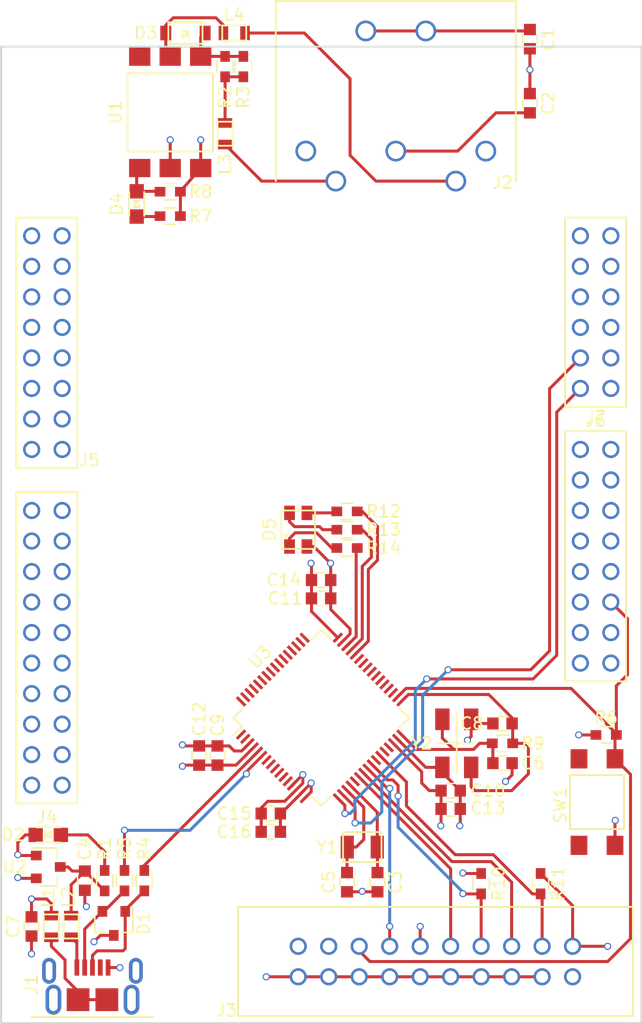
<source format=kicad_pcb>
(kicad_pcb (version 4) (host pcbnew 4.0.7-e2-6376~58~ubuntu16.04.1)
  (layers (0 F.Cu signal) (1 In1.Cu power) (2 In2.Cu power) (31 B.Cu signal) (34 B.Paste user) (35 F.Paste user) (36 B.SilkS user) (37 F.SilkS user) (38 B.Mask user) (39 F.Mask user) (44 Edge.Cuts user))
  (net 0 "")
  (net 1 GND)
  (net 2 "Net-(C1-Pad1)")
  (net 3 "Net-(C2-Pad1)")
  (net 4 "Net-(C3-Pad1)")
  (net 5 +5V)
  (net 6 "Net-(C5-Pad1)")
  (net 7 "Net-(C6-Pad1)")
  (net 8 +3V3)
  (net 9 "Net-(C8-Pad1)")
  (net 10 "Net-(D1-Pad1)")
  (net 11 "Net-(D1-Pad2)")
  (net 12 "Net-(D2-Pad2)")
  (net 13 "Net-(D3-Pad1)")
  (net 14 "Net-(D3-Pad2)")
  (net 15 /PTE1/UART1_RX)
  (net 16 "Net-(D4-Pad2)")
  (net 17 "Net-(D5-Pad1)")
  (net 18 "Net-(D5-Pad2)")
  (net 19 "Net-(D5-Pad3)")
  (net 20 "Net-(J1-Pad1)")
  (net 21 "Net-(J1-Pad4)")
  (net 22 "Net-(J1-Pad6)")
  (net 23 "Net-(J2-Pad1)")
  (net 24 "Net-(J2-Pad3)")
  (net 25 "Net-(J2-Pad4)")
  (net 26 "Net-(J2-Pad5)")
  (net 27 "Net-(J3-Pad2)")
  (net 28 /~JTAG_TRST)
  (net 29 /JTAG_TDI)
  (net 30 /JTAG_TMS)
  (net 31 /JTAG_TCLK)
  (net 32 /JTAG_TDO)
  (net 33 /~RESET)
  (net 34 "Net-(J3-Pad17)")
  (net 35 "Net-(J3-Pad19)")
  (net 36 /PTB16)
  (net 37 /PTD2)
  (net 38 /PTB17)
  (net 39 /PTA12/FTM1_CH0)
  (net 40 /PTB18)
  (net 41 /PTA13/FTM1_CH1)
  (net 42 "Net-(J4-Pad7)")
  (net 43 /PTD7/FTM0_CH7)
  (net 44 "Net-(J4-Pad9)")
  (net 45 /PTD3)
  (net 46 "Net-(J4-Pad11)")
  (net 47 /PTD1)
  (net 48 "Net-(J4-Pad13)")
  (net 49 "Net-(J4-Pad15)")
  (net 50 "Net-(J4-Pad17)")
  (net 51 /PTB3)
  (net 52 "Net-(J4-Pad19)")
  (net 53 /PTB2)
  (net 54 /PTD0)
  (net 55 /PTC11)
  (net 56 /PTE0/UART1_TX)
  (net 57 /PTC5)
  (net 58 /PTC10)
  (net 59 /PTC6)
  (net 60 /PTD4/FTM0_CH4)
  (net 61 /PTC7)
  (net 62 /PTC8)
  (net 63 /PTA4)
  (net 64 /PTC2/FTM0_CH1)
  (net 65 /PTB19)
  (net 66 /PTC3/FTM0_CH2)
  (net 67 /PTC9)
  (net 68 /PTC4/FTM0_CH3)
  (net 69 "Net-(J6-Pad1)")
  (net 70 "Net-(J6-Pad2)")
  (net 71 "Net-(J6-Pad3)")
  (net 72 "Net-(J6-Pad4)")
  (net 73 "Net-(J6-Pad5)")
  (net 74 "Net-(J6-Pad7)")
  (net 75 "Net-(J6-Pad9)")
  (net 76 "Net-(J6-Pad11)")
  (net 77 "Net-(J6-Pad13)")
  (net 78 "Net-(J6-Pad15)")
  (net 79 /CMP1_IN5)
  (net 80 /PTC0)
  (net 81 /CMP1_IN3)
  (net 82 /PTC1/FTM0_CH0)
  (net 83 /ADC0_DP3)
  (net 84 /PTD6/FTM0_CH6)
  (net 85 /ADC0_DM3)
  (net 86 /PTD5/FTM0_CH5)
  (net 87 /ADC0_DP0)
  (net 88 /PTB1/FTM1_CH1)
  (net 89 /ADC0_DM0)
  (net 90 /PTB0/FTM1_CH0)
  (net 91 "Net-(L3-Pad1)")
  (net 92 "Net-(R4-Pad1)")
  (net 93 "Net-(R5-Pad1)")
  (net 94 "Net-(U1-Pad3)")
  (net 95 "Net-(U3-Pad7)")
  (net 96 "Net-(U3-Pad8)")
  (net 97 "Net-(U3-Pad21)")
  (module k20_dev_board:C_0603 (layer F.Cu) (at 141.351 118.364 270)
    (fp_text reference C9 (at -2.54 0 270) (layer F.SilkS))
    (fp_text value 0.1uF)
    (pad 2 smd rect (at 0.8 0 270) (size 0.95 1) (layers F.Cu F.Paste F.Mask) (net 1 GND))
    (pad 1 smd rect (at -0.8 0 270) (size 0.95 1) (layers F.Cu F.Paste F.Mask) (net 8 +3V3))
  )
  (module Housings_QFP:LQFP-64_10x10mm_Pitch0.5mm (layer F.Cu) (at 150 115.24 45)
    (fp_text reference U3 (at 0 -7.2 45) (layer F.SilkS))
    (fp_text value MK20DX128VLH5)
    (pad 1 smd rect (at -5.7 -3.75 45) (size 1 0.25) (layers F.Cu F.Paste F.Mask) (net 56 /PTE0/UART1_TX))
    (pad 2 smd rect (at -5.7 -3.25 45) (size 1 0.25) (layers F.Cu F.Paste F.Mask) (net 15 /PTE1/UART1_RX))
    (pad 3 smd rect (at -5.7 -2.75 45) (size 1 0.25) (layers F.Cu F.Paste F.Mask) (net 8 +3V3))
    (pad 4 smd rect (at -5.7 -2.25 45) (size 1 0.25) (layers F.Cu F.Paste F.Mask) (net 1 GND))
    (pad 5 smd rect (at -5.7 -1.75 45) (size 1 0.25) (layers F.Cu F.Paste F.Mask) (net 92 "Net-(R4-Pad1)"))
    (pad 6 smd rect (at -5.7 -1.25 45) (size 1 0.25) (layers F.Cu F.Paste F.Mask) (net 93 "Net-(R5-Pad1)"))
    (pad 7 smd rect (at -5.7 -0.75 45) (size 1 0.25) (layers F.Cu F.Paste F.Mask) (net 95 "Net-(U3-Pad7)"))
    (pad 8 smd rect (at -5.7 -0.25 45) (size 1 0.25) (layers F.Cu F.Paste F.Mask) (net 96 "Net-(U3-Pad8)"))
    (pad 9 smd rect (at -5.7 0.25 45) (size 1 0.25) (layers F.Cu F.Paste F.Mask) (net 87 /ADC0_DP0))
    (pad 10 smd rect (at -5.7 0.75 45) (size 1 0.25) (layers F.Cu F.Paste F.Mask) (net 89 /ADC0_DM0))
    (pad 11 smd rect (at -5.7 1.25 45) (size 1 0.25) (layers F.Cu F.Paste F.Mask) (net 83 /ADC0_DP3))
    (pad 12 smd rect (at -5.7 1.75 45) (size 1 0.25) (layers F.Cu F.Paste F.Mask) (net 85 /ADC0_DM3))
    (pad 13 smd rect (at -5.7 2.25 45) (size 1 0.25) (layers F.Cu F.Paste F.Mask) (net 8 +3V3))
    (pad 14 smd rect (at -5.7 2.75 45) (size 1 0.25) (layers F.Cu F.Paste F.Mask) (net 8 +3V3))
    (pad 15 smd rect (at -5.7 3.25 45) (size 1 0.25) (layers F.Cu F.Paste F.Mask) (net 1 GND))
    (pad 16 smd rect (at -5.7 3.75 45) (size 1 0.25) (layers F.Cu F.Paste F.Mask) (net 1 GND))
    (pad 17 smd rect (at -3.75 5.7 135) (size 1 0.25) (layers F.Cu F.Paste F.Mask) (net 79 /CMP1_IN5))
    (pad 18 smd rect (at -3.25 5.7 135) (size 1 0.25) (layers F.Cu F.Paste F.Mask) (net 81 /CMP1_IN3))
    (pad 19 smd rect (at -2.75 5.7 135) (size 1 0.25) (layers F.Cu F.Paste F.Mask) (net 6 "Net-(C5-Pad1)"))
    (pad 20 smd rect (at -2.25 5.7 135) (size 1 0.25) (layers F.Cu F.Paste F.Mask) (net 4 "Net-(C3-Pad1)"))
    (pad 21 smd rect (at -1.75 5.7 135) (size 1 0.25) (layers F.Cu F.Paste F.Mask) (net 97 "Net-(U3-Pad21)"))
    (pad 22 smd rect (at -1.25 5.7 135) (size 1 0.25) (layers F.Cu F.Paste F.Mask) (net 31 /JTAG_TCLK))
    (pad 23 smd rect (at -0.75 5.7 135) (size 1 0.25) (layers F.Cu F.Paste F.Mask) (net 29 /JTAG_TDI))
    (pad 24 smd rect (at -0.25 5.7 135) (size 1 0.25) (layers F.Cu F.Paste F.Mask) (net 32 /JTAG_TDO))
    (pad 25 smd rect (at 0.25 5.7 135) (size 1 0.25) (layers F.Cu F.Paste F.Mask) (net 30 /JTAG_TMS))
    (pad 26 smd rect (at 0.75 5.7 135) (size 1 0.25) (layers F.Cu F.Paste F.Mask) (net 63 /PTA4))
    (pad 27 smd rect (at 1.25 5.7 135) (size 1 0.25) (layers F.Cu F.Paste F.Mask) (net 28 /~JTAG_TRST))
    (pad 28 smd rect (at 1.75 5.7 135) (size 1 0.25) (layers F.Cu F.Paste F.Mask) (net 39 /PTA12/FTM1_CH0))
    (pad 29 smd rect (at 2.25 5.7 135) (size 1 0.25) (layers F.Cu F.Paste F.Mask) (net 41 /PTA13/FTM1_CH1))
    (pad 30 smd rect (at 2.75 5.7 135) (size 1 0.25) (layers F.Cu F.Paste F.Mask) (net 8 +3V3))
    (pad 31 smd rect (at 3.25 5.7 135) (size 1 0.25) (layers F.Cu F.Paste F.Mask) (net 1 GND))
    (pad 32 smd rect (at 3.75 5.7 135) (size 1 0.25) (layers F.Cu F.Paste F.Mask) (net 7 "Net-(C6-Pad1)"))
    (pad 33 smd rect (at 5.7 3.75 45) (size 1 0.25) (layers F.Cu F.Paste F.Mask) (net 9 "Net-(C8-Pad1)"))
    (pad 34 smd rect (at 5.7 3.25 45) (size 1 0.25) (layers F.Cu F.Paste F.Mask) (net 33 /~RESET))
    (pad 35 smd rect (at 5.7 2.75 45) (size 1 0.25) (layers F.Cu F.Paste F.Mask) (net 90 /PTB0/FTM1_CH0))
    (pad 36 smd rect (at 5.7 2.25 45) (size 1 0.25) (layers F.Cu F.Paste F.Mask) (net 88 /PTB1/FTM1_CH1))
    (pad 37 smd rect (at 5.7 1.75 45) (size 1 0.25) (layers F.Cu F.Paste F.Mask) (net 53 /PTB2))
    (pad 38 smd rect (at 5.7 1.25 45) (size 1 0.25) (layers F.Cu F.Paste F.Mask) (net 51 /PTB3))
    (pad 39 smd rect (at 5.7 0.75 45) (size 1 0.25) (layers F.Cu F.Paste F.Mask) (net 36 /PTB16))
    (pad 40 smd rect (at 5.7 0.25 45) (size 1 0.25) (layers F.Cu F.Paste F.Mask) (net 38 /PTB17))
    (pad 41 smd rect (at 5.7 -0.25 45) (size 1 0.25) (layers F.Cu F.Paste F.Mask) (net 40 /PTB18))
    (pad 42 smd rect (at 5.7 -0.75 45) (size 1 0.25) (layers F.Cu F.Paste F.Mask) (net 65 /PTB19))
    (pad 43 smd rect (at 5.7 -1.25 45) (size 1 0.25) (layers F.Cu F.Paste F.Mask) (net 80 /PTC0))
    (pad 44 smd rect (at 5.7 -1.75 45) (size 1 0.25) (layers F.Cu F.Paste F.Mask) (net 82 /PTC1/FTM0_CH0))
    (pad 45 smd rect (at 5.7 -2.25 45) (size 1 0.25) (layers F.Cu F.Paste F.Mask) (net 64 /PTC2/FTM0_CH1))
    (pad 46 smd rect (at 5.7 -2.75 45) (size 1 0.25) (layers F.Cu F.Paste F.Mask) (net 66 /PTC3/FTM0_CH2))
    (pad 47 smd rect (at 5.7 -3.25 45) (size 1 0.25) (layers F.Cu F.Paste F.Mask) (net 1 GND))
    (pad 48 smd rect (at 5.7 -3.75 45) (size 1 0.25) (layers F.Cu F.Paste F.Mask) (net 8 +3V3))
    (pad 49 smd rect (at 3.75 -5.7 135) (size 1 0.25) (layers F.Cu F.Paste F.Mask) (net 68 /PTC4/FTM0_CH3))
    (pad 50 smd rect (at 3.25 -5.7 135) (size 1 0.25) (layers F.Cu F.Paste F.Mask) (net 57 /PTC5))
    (pad 51 smd rect (at 2.75 -5.7 135) (size 1 0.25) (layers F.Cu F.Paste F.Mask) (net 59 /PTC6))
    (pad 52 smd rect (at 2.25 -5.7 135) (size 1 0.25) (layers F.Cu F.Paste F.Mask) (net 61 /PTC7))
    (pad 53 smd rect (at 1.75 -5.7 135) (size 1 0.25) (layers F.Cu F.Paste F.Mask) (net 62 /PTC8))
    (pad 54 smd rect (at 1.25 -5.7 135) (size 1 0.25) (layers F.Cu F.Paste F.Mask) (net 67 /PTC9))
    (pad 55 smd rect (at 0.75 -5.7 135) (size 1 0.25) (layers F.Cu F.Paste F.Mask) (net 58 /PTC10))
    (pad 56 smd rect (at 0.25 -5.7 135) (size 1 0.25) (layers F.Cu F.Paste F.Mask) (net 55 /PTC11))
    (pad 57 smd rect (at -0.25 -5.7 135) (size 1 0.25) (layers F.Cu F.Paste F.Mask) (net 54 /PTD0))
    (pad 58 smd rect (at -0.75 -5.7 135) (size 1 0.25) (layers F.Cu F.Paste F.Mask) (net 47 /PTD1))
    (pad 59 smd rect (at -1.25 -5.7 135) (size 1 0.25) (layers F.Cu F.Paste F.Mask) (net 37 /PTD2))
    (pad 60 smd rect (at -1.75 -5.7 135) (size 1 0.25) (layers F.Cu F.Paste F.Mask) (net 45 /PTD3))
    (pad 61 smd rect (at -2.25 -5.7 135) (size 1 0.25) (layers F.Cu F.Paste F.Mask) (net 60 /PTD4/FTM0_CH4))
    (pad 62 smd rect (at -2.75 -5.7 135) (size 1 0.25) (layers F.Cu F.Paste F.Mask) (net 86 /PTD5/FTM0_CH5))
    (pad 63 smd rect (at -3.25 -5.7 135) (size 1 0.25) (layers F.Cu F.Paste F.Mask) (net 84 /PTD6/FTM0_CH6))
    (pad 64 smd rect (at -3.75 -5.7 135) (size 1 0.25) (layers F.Cu F.Paste F.Mask) (net 43 /PTD7/FTM0_CH7))
  )
  (module k20_dev_board:C_0603 (layer F.Cu) (at 167.386 58.7375 270)
    (fp_text reference C1 (at 0 -1.524 270) (layer F.SilkS))
    (fp_text value 0.1uF)
    (pad 2 smd rect (at 0.8 0 270) (size 0.95 1) (layers F.Cu F.Paste F.Mask) (net 1 GND))
    (pad 1 smd rect (at -0.8 0 270) (size 0.95 1) (layers F.Cu F.Paste F.Mask) (net 2 "Net-(C1-Pad1)"))
  )
  (module k20_dev_board:C_0603 (layer F.Cu) (at 167.386 64.0715 90)
    (fp_text reference C2 (at 0 1.524 90) (layer F.SilkS))
    (fp_text value 0.1uF)
    (pad 2 smd rect (at 0.8 0 90) (size 0.95 1) (layers F.Cu F.Paste F.Mask) (net 1 GND))
    (pad 1 smd rect (at -0.8 0 90) (size 0.95 1) (layers F.Cu F.Paste F.Mask) (net 3 "Net-(C2-Pad1)"))
  )
  (module k20_dev_board:C_0603 (layer F.Cu) (at 154.686 128.905 270)
    (fp_text reference C3 (at 0 -1.4986 270) (layer F.SilkS))
    (fp_text value 22pF)
    (pad 2 smd rect (at 0.8 0 270) (size 0.95 1) (layers F.Cu F.Paste F.Mask) (net 1 GND))
    (pad 1 smd rect (at -0.8 0 270) (size 0.95 1) (layers F.Cu F.Paste F.Mask) (net 4 "Net-(C3-Pad1)"))
  )
  (module k20_dev_board:C_0603 (layer F.Cu) (at 130.302 128.778 90)
    (fp_text reference C4 (at 2.667 0 90) (layer F.SilkS))
    (fp_text value 1.0uF)
    (pad 2 smd rect (at 0.8 0 90) (size 0.95 1) (layers F.Cu F.Paste F.Mask) (net 5 +5V))
    (pad 1 smd rect (at -0.8 0 90) (size 0.95 1) (layers F.Cu F.Paste F.Mask) (net 1 GND))
  )
  (module k20_dev_board:C_0603 (layer F.Cu) (at 152.146 128.905 270)
    (fp_text reference C5 (at 0 1.524 270) (layer F.SilkS))
    (fp_text value 22pF)
    (pad 2 smd rect (at 0.8 0 270) (size 0.95 1) (layers F.Cu F.Paste F.Mask) (net 1 GND))
    (pad 1 smd rect (at -0.8 0 270) (size 0.95 1) (layers F.Cu F.Paste F.Mask) (net 6 "Net-(C5-Pad1)"))
  )
  (module k20_dev_board:C_0603 (layer F.Cu) (at 165.1 118.999)
    (fp_text reference C6 (at 2.54 0) (layer F.SilkS))
    (fp_text value 22pF)
    (pad 2 smd rect (at 0.8 0) (size 0.95 1) (layers F.Cu F.Paste F.Mask) (net 1 GND))
    (pad 1 smd rect (at -0.8 0) (size 0.95 1) (layers F.Cu F.Paste F.Mask) (net 7 "Net-(C6-Pad1)"))
  )
  (module k20_dev_board:C_0603 (layer F.Cu) (at 125.857 132.588 270)
    (fp_text reference C7 (at 0 1.524 270) (layer F.SilkS))
    (fp_text value 10uF)
    (pad 2 smd rect (at 0.8 0 270) (size 0.95 1) (layers F.Cu F.Paste F.Mask) (net 8 +3V3))
    (pad 1 smd rect (at -0.8 0 270) (size 0.95 1) (layers F.Cu F.Paste F.Mask) (net 1 GND))
  )
  (module k20_dev_board:C_0603 (layer F.Cu) (at 165.1 115.697 180)
    (fp_text reference C8 (at 2.54 0 180) (layer F.SilkS))
    (fp_text value 22pF)
    (pad 2 smd rect (at 0.8 0 180) (size 0.95 1) (layers F.Cu F.Paste F.Mask) (net 1 GND))
    (pad 1 smd rect (at -0.8 0 180) (size 0.95 1) (layers F.Cu F.Paste F.Mask) (net 9 "Net-(C8-Pad1)"))
  )
  (module k20_dev_board:C_0603 (layer F.Cu) (at 160.782 121.285)
    (fp_text reference C10 (at 3.1115 0) (layer F.SilkS))
    (fp_text value 0.1uF)
    (pad 2 smd rect (at 0.8 0) (size 0.95 1) (layers F.Cu F.Paste F.Mask) (net 1 GND))
    (pad 1 smd rect (at -0.8 0) (size 0.95 1) (layers F.Cu F.Paste F.Mask) (net 8 +3V3))
  )
  (module k20_dev_board:C_0603 (layer F.Cu) (at 149.987 105.283)
    (fp_text reference C11 (at -2.9845 0) (layer F.SilkS))
    (fp_text value 0.1uF)
    (pad 2 smd rect (at 0.8 0) (size 0.95 1) (layers F.Cu F.Paste F.Mask) (net 1 GND))
    (pad 1 smd rect (at -0.8 0) (size 0.95 1) (layers F.Cu F.Paste F.Mask) (net 8 +3V3))
  )
  (module k20_dev_board:C_0603 (layer F.Cu) (at 139.827 118.364 270)
    (fp_text reference C12 (at -3.048 0 270) (layer F.SilkS))
    (fp_text value 1uF)
    (pad 2 smd rect (at 0.8 0 270) (size 0.95 1) (layers F.Cu F.Paste F.Mask) (net 1 GND))
    (pad 1 smd rect (at -0.8 0 270) (size 0.95 1) (layers F.Cu F.Paste F.Mask) (net 8 +3V3))
  )
  (module k20_dev_board:C_0603 (layer F.Cu) (at 160.782 122.809)
    (fp_text reference C13 (at 3.1115 -0.0635) (layer F.SilkS))
    (fp_text value 1uF)
    (pad 2 smd rect (at 0.8 0) (size 0.95 1) (layers F.Cu F.Paste F.Mask) (net 1 GND))
    (pad 1 smd rect (at -0.8 0) (size 0.95 1) (layers F.Cu F.Paste F.Mask) (net 8 +3V3))
  )
  (module k20_dev_board:C_0603 (layer F.Cu) (at 149.987 103.759)
    (fp_text reference C14 (at -3.1115 0) (layer F.SilkS))
    (fp_text value 1uF)
    (pad 2 smd rect (at 0.8 0) (size 0.95 1) (layers F.Cu F.Paste F.Mask) (net 1 GND))
    (pad 1 smd rect (at -0.8 0) (size 0.95 1) (layers F.Cu F.Paste F.Mask) (net 8 +3V3))
  )
  (module k20_dev_board:C_0603 (layer F.Cu) (at 145.796 123.19)
    (fp_text reference C15 (at -3.048 0) (layer F.SilkS))
    (fp_text value 0.1uF)
    (pad 2 smd rect (at 0.8 0) (size 0.95 1) (layers F.Cu F.Paste F.Mask) (net 1 GND))
    (pad 1 smd rect (at -0.8 0) (size 0.95 1) (layers F.Cu F.Paste F.Mask) (net 8 +3V3))
  )
  (module k20_dev_board:C_0603 (layer F.Cu) (at 145.796 124.714)
    (fp_text reference C16 (at -3.048 0) (layer F.SilkS))
    (fp_text value 0.1uF)
    (pad 2 smd rect (at 0.8 0) (size 0.95 1) (layers F.Cu F.Paste F.Mask) (net 1 GND))
    (pad 1 smd rect (at -0.8 0) (size 0.95 1) (layers F.Cu F.Paste F.Mask) (net 8 +3V3))
  )
  (module TO_SOT_Packages_SMD:SOT-23 (layer F.Cu) (at 132.715 132.334 270)
    (fp_text reference D1 (at 0 -2.5 270) (layer F.SilkS))
    (fp_text value D_TVS_x2_AAC)
    (pad 1 smd rect (at -1 -0.95 270) (size 0.9 0.8) (layers F.Cu F.Paste F.Mask) (net 10 "Net-(D1-Pad1)"))
    (pad 2 smd rect (at -1 0.95 270) (size 0.9 0.8) (layers F.Cu F.Paste F.Mask) (net 11 "Net-(D1-Pad2)"))
    (pad 3 smd rect (at 1 0 270) (size 0.9 0.8) (layers F.Cu F.Paste F.Mask) (net 1 GND))
  )
  (module k20_dev_board:LTST-C170TGKT (layer F.Cu) (at 127.254 124.968)
    (fp_text reference D2 (at -2.921 0) (layer F.SilkS))
    (fp_text value LED)
    (pad 1 smd rect (at -1.05 0) (size 1.2 1.2) (layers F.Cu F.Paste F.Mask) (net 1 GND))
    (pad 2 smd rect (at 1.05 0) (size 1.2 1.2) (layers F.Cu F.Paste F.Mask) (net 12 "Net-(D2-Pad2)"))
  )
  (module k20_dev_board:1N4148W-TP (layer F.Cu) (at 138.684 58.2295 180)
    (fp_text reference D3 (at 3.302 0 180) (layer F.SilkS))
    (fp_text value D)
    (pad 1 smd rect (at -1.6383 0 180) (size 0.9144 1.2192) (layers F.Cu F.Paste F.Mask) (net 13 "Net-(D3-Pad1)"))
    (pad 2 smd rect (at 1.6383 0 180) (size 0.9144 1.2192) (layers F.Cu F.Paste F.Mask) (net 14 "Net-(D3-Pad2)"))
  )
  (module k20_dev_board:LTST-C170TGKT (layer F.Cu) (at 134.62 72.4535 270)
    (fp_text reference D4 (at 0 1.651 270) (layer F.SilkS))
    (fp_text value LED)
    (pad 1 smd rect (at -1.05 0 270) (size 1.2 1.2) (layers F.Cu F.Paste F.Mask) (net 15 /PTE1/UART1_RX))
    (pad 2 smd rect (at 1.05 0 270) (size 1.2 1.2) (layers F.Cu F.Paste F.Mask) (net 16 "Net-(D4-Pad2)"))
  )
  (module k20_dev_board:XZM2CRKM2DGFBB45SCCB (layer F.Cu) (at 148.082 99.568 270)
    (fp_text reference D5 (at 0 2.413 270) (layer F.SilkS))
    (fp_text value LED_CRGB_altpin)
    (pad 1 smd rect (at 1.4 0.725 270) (size 1.2 0.9) (layers F.Cu F.Paste F.Mask) (net 17 "Net-(D5-Pad1)"))
    (pad 2 smd rect (at -1.4 0.725 270) (size 1.2 0.9) (layers F.Cu F.Paste F.Mask) (net 18 "Net-(D5-Pad2)"))
    (pad 3 smd rect (at -1.4 -0.725 270) (size 1.2 0.9) (layers F.Cu F.Paste F.Mask) (net 19 "Net-(D5-Pad3)"))
    (pad 4 smd rect (at 1.4 -0.725 270) (size 1.2 0.9) (layers F.Cu F.Paste F.Mask) (net 1 GND))
  )
  (module k20_dev_board:MPZ2012S331AT000 (layer F.Cu) (at 127.508 132.588 90)
    (fp_text reference L1 (at 2.413 -0.254 90) (layer F.SilkS))
    (fp_text value 330)
    (pad 1 smd rect (at -0.9 0 90) (size 0.8 1.2) (layers F.Cu F.Paste F.Mask) (net 22 "Net-(J1-Pad6)"))
    (pad 2 smd rect (at 0.9 0 90) (size 0.8 1.2) (layers F.Cu F.Paste F.Mask) (net 1 GND))
  )
  (module k20_dev_board:MPZ2012S331AT000 (layer F.Cu) (at 129.159 132.588 270)
    (fp_text reference L2 (at -2.413 0.254 270) (layer F.SilkS))
    (fp_text value 330)
    (pad 1 smd rect (at -0.9 0 270) (size 0.8 1.2) (layers F.Cu F.Paste F.Mask) (net 5 +5V))
    (pad 2 smd rect (at 0.9 0 270) (size 0.8 1.2) (layers F.Cu F.Paste F.Mask) (net 20 "Net-(J1-Pad1)"))
  )
  (module k20_dev_board:MMZ2012R102AT000 (layer F.Cu) (at 141.986 66.6115 270)
    (fp_text reference L3 (at 2.54 0 270) (layer F.SilkS))
    (fp_text value 1k@100MHz)
    (pad 1 smd rect (at -0.9 0 270) (size 0.8 1.2) (layers F.Cu F.Paste F.Mask) (net 91 "Net-(L3-Pad1)"))
    (pad 2 smd rect (at 0.9 0 270) (size 0.8 1.2) (layers F.Cu F.Paste F.Mask) (net 25 "Net-(J2-Pad4)"))
  )
  (module k20_dev_board:MMZ2012R102AT000 (layer F.Cu) (at 142.748 58.2295)
    (fp_text reference L4 (at 0 -1.524) (layer F.SilkS))
    (fp_text value 1k@100MHz)
    (pad 1 smd rect (at -0.9 0) (size 0.8 1.2) (layers F.Cu F.Paste F.Mask) (net 14 "Net-(D3-Pad2)"))
    (pad 2 smd rect (at 0.9 0) (size 0.8 1.2) (layers F.Cu F.Paste F.Mask) (net 26 "Net-(J2-Pad5)"))
  )
  (module k20_dev_board:R_0603 (layer F.Cu) (at 131.953 128.778 270)
    (fp_text reference R1 (at -2.667 0 270) (layer F.SilkS))
    (fp_text value 1k)
    (pad 1 smd rect (at -0.85 0 270) (size 0.9 0.8) (layers F.Cu F.Paste F.Mask) (net 12 "Net-(D2-Pad2)"))
    (pad 2 smd rect (at 0.85 0 270) (size 0.9 0.8) (layers F.Cu F.Paste F.Mask) (net 5 +5V))
  )
  (module k20_dev_board:R_0603 (layer F.Cu) (at 141.986 61.0235 270)
    (fp_text reference R2 (at 2.54 0 270) (layer F.SilkS))
    (fp_text value 806)
    (pad 1 smd rect (at -0.85 0 270) (size 0.9 0.8) (layers F.Cu F.Paste F.Mask) (net 13 "Net-(D3-Pad1)"))
    (pad 2 smd rect (at 0.85 0 270) (size 0.9 0.8) (layers F.Cu F.Paste F.Mask) (net 91 "Net-(L3-Pad1)"))
  )
  (module k20_dev_board:R_0603 (layer F.Cu) (at 143.51 61.0235 270)
    (fp_text reference R3 (at 2.54 0 270) (layer F.SilkS))
    (fp_text value 301)
    (pad 1 smd rect (at -0.85 0 270) (size 0.9 0.8) (layers F.Cu F.Paste F.Mask) (net 13 "Net-(D3-Pad1)"))
    (pad 2 smd rect (at 0.85 0 270) (size 0.9 0.8) (layers F.Cu F.Paste F.Mask) (net 91 "Net-(L3-Pad1)"))
  )
  (module k20_dev_board:R_0603 (layer F.Cu) (at 135.255 128.778 270)
    (fp_text reference R4 (at -2.667 0 270) (layer F.SilkS))
    (fp_text value 33)
    (pad 1 smd rect (at -0.85 0 270) (size 0.9 0.8) (layers F.Cu F.Paste F.Mask) (net 92 "Net-(R4-Pad1)"))
    (pad 2 smd rect (at 0.85 0 270) (size 0.9 0.8) (layers F.Cu F.Paste F.Mask) (net 10 "Net-(D1-Pad1)"))
  )
  (module k20_dev_board:R_0603 (layer F.Cu) (at 133.604 128.778 270)
    (fp_text reference R5 (at -2.667 0 270) (layer F.SilkS))
    (fp_text value 33)
    (pad 1 smd rect (at -0.85 0 270) (size 0.9 0.8) (layers F.Cu F.Paste F.Mask) (net 93 "Net-(R5-Pad1)"))
    (pad 2 smd rect (at 0.85 0 270) (size 0.9 0.8) (layers F.Cu F.Paste F.Mask) (net 11 "Net-(D1-Pad2)"))
  )
  (module k20_dev_board:R_0603 (layer F.Cu) (at 173.736 116.6495)
    (fp_text reference R6 (at 0 -1.45) (layer F.SilkS))
    (fp_text value 10k)
    (pad 1 smd rect (at -0.85 0) (size 0.9 0.8) (layers F.Cu F.Paste F.Mask) (net 8 +3V3))
    (pad 2 smd rect (at 0.85 0) (size 0.9 0.8) (layers F.Cu F.Paste F.Mask) (net 33 /~RESET))
  )
  (module k20_dev_board:R_0603 (layer F.Cu) (at 137.414 73.4695 180)
    (fp_text reference R7 (at -2.54 0 180) (layer F.SilkS))
    (fp_text value 1k)
    (pad 1 smd rect (at -0.85 0 180) (size 0.9 0.8) (layers F.Cu F.Paste F.Mask) (net 8 +3V3))
    (pad 2 smd rect (at 0.85 0 180) (size 0.9 0.8) (layers F.Cu F.Paste F.Mask) (net 16 "Net-(D4-Pad2)"))
  )
  (module k20_dev_board:R_0603 (layer F.Cu) (at 137.414 71.4375 180)
    (fp_text reference R8 (at -2.54 0 180) (layer F.SilkS))
    (fp_text value 200)
    (pad 1 smd rect (at -0.85 0 180) (size 0.9 0.8) (layers F.Cu F.Paste F.Mask) (net 8 +3V3))
    (pad 2 smd rect (at 0.85 0 180) (size 0.9 0.8) (layers F.Cu F.Paste F.Mask) (net 15 /PTE1/UART1_RX))
  )
  (module k20_dev_board:R_0603 (layer F.Cu) (at 165.1 117.348 180)
    (fp_text reference R9 (at -2.54 0 180) (layer F.SilkS))
    (fp_text value 1M)
    (pad 1 smd rect (at -0.85 0 180) (size 0.9 0.8) (layers F.Cu F.Paste F.Mask) (net 9 "Net-(C8-Pad1)"))
    (pad 2 smd rect (at 0.85 0 180) (size 0.9 0.8) (layers F.Cu F.Paste F.Mask) (net 7 "Net-(C6-Pad1)"))
  )
  (module k20_dev_board:R_0603 (layer F.Cu) (at 163.322 129.032 270)
    (fp_text reference R10 (at 0 -1.45 270) (layer F.SilkS))
    (fp_text value 100k)
    (pad 1 smd rect (at -0.85 0 270) (size 0.9 0.8) (layers F.Cu F.Paste F.Mask) (net 8 +3V3))
    (pad 2 smd rect (at 0.85 0 270) (size 0.9 0.8) (layers F.Cu F.Paste F.Mask) (net 30 /JTAG_TMS))
  )
  (module k20_dev_board:R_0603 (layer F.Cu) (at 168.275 129.032 270)
    (fp_text reference R11 (at 0 -1.45 270) (layer F.SilkS))
    (fp_text value 100k)
    (pad 1 smd rect (at -0.85 0 270) (size 0.9 0.8) (layers F.Cu F.Paste F.Mask) (net 8 +3V3))
    (pad 2 smd rect (at 0.85 0 270) (size 0.9 0.8) (layers F.Cu F.Paste F.Mask) (net 28 /~JTAG_TRST))
  )
  (module k20_dev_board:R_0603 (layer F.Cu) (at 152.146 98.044 180)
    (fp_text reference R12 (at -3.048 0 180) (layer F.SilkS))
    (fp_text value 30.1)
    (pad 1 smd rect (at -0.85 0 180) (size 0.9 0.8) (layers F.Cu F.Paste F.Mask) (net 82 /PTC1/FTM0_CH0))
    (pad 2 smd rect (at 0.85 0 180) (size 0.9 0.8) (layers F.Cu F.Paste F.Mask) (net 19 "Net-(D5-Pad3)"))
  )
  (module k20_dev_board:R_0603 (layer F.Cu) (at 152.146 99.568 180)
    (fp_text reference R13 (at -3.048 0 180) (layer F.SilkS))
    (fp_text value 30.1)
    (pad 1 smd rect (at -0.85 0 180) (size 0.9 0.8) (layers F.Cu F.Paste F.Mask) (net 64 /PTC2/FTM0_CH1))
    (pad 2 smd rect (at 0.85 0 180) (size 0.9 0.8) (layers F.Cu F.Paste F.Mask) (net 18 "Net-(D5-Pad2)"))
  )
  (module k20_dev_board:R_0603 (layer F.Cu) (at 152.146 101.092 180)
    (fp_text reference R14 (at -3.048 0 180) (layer F.SilkS))
    (fp_text value 127)
    (pad 1 smd rect (at -0.85 0 180) (size 0.9 0.8) (layers F.Cu F.Paste F.Mask) (net 66 /PTC3/FTM0_CH2))
    (pad 2 smd rect (at 0.85 0 180) (size 0.9 0.8) (layers F.Cu F.Paste F.Mask) (net 17 "Net-(D5-Pad1)"))
  )
  (module "k20_dev_board:H11L1S(TA)" (layer F.Cu) (at 137.414 64.8335 270)
    (fp_text reference U1 (at 0 4.572 270) (layer F.SilkS))
    (fp_text value H11L1)
    (pad 1 smd rect (at -4.635 -2.54 270) (size 1.52 1.78) (layers F.Cu F.Paste F.Mask) (net 13 "Net-(D3-Pad1)"))
    (pad 2 smd rect (at -4.635 0 270) (size 1.52 1.78) (layers F.Cu F.Paste F.Mask) (net 14 "Net-(D3-Pad2)"))
    (pad 3 smd rect (at -4.635 2.54 270) (size 1.52 1.78) (layers F.Cu F.Paste F.Mask) (net 94 "Net-(U1-Pad3)"))
    (pad 4 smd rect (at 4.635 2.54 270) (size 1.52 1.78) (layers F.Cu F.Paste F.Mask) (net 15 /PTE1/UART1_RX))
    (pad 5 smd rect (at 4.635 0 270) (size 1.52 1.78) (layers F.Cu F.Paste F.Mask) (net 1 GND))
    (pad 6 smd rect (at 4.635 -2.54 270) (size 1.52 1.78) (layers F.Cu F.Paste F.Mask) (net 8 +3V3))
  )
  (module k20_dev_board:ECS-.327-12.5-34B-TR (layer F.Cu) (at 153.416 125.984 180)
    (fp_text reference Y1 (at 2.921 0 180) (layer F.SilkS))
    (fp_text value Crystal)
    (pad 1 smd rect (at -1.25 0 180) (size 1.1 1.9) (layers F.Cu F.Paste F.Mask) (net 4 "Net-(C3-Pad1)"))
    (pad 2 smd rect (at 1.25 0 180) (size 1.1 1.9) (layers F.Cu F.Paste F.Mask) (net 6 "Net-(C5-Pad1)"))
  )
  (module k20_dev_board:ABM3B-8.000MHZ-B2-T (layer F.Cu) (at 161.29 117.348 90)
    (fp_text reference Y2 (at 0 -2.921 180) (layer F.SilkS))
    (fp_text value Crystal_GND24)
    (pad 1 smd rect (at -2 1.2 90) (size 1.8 1.2) (layers F.Cu F.Paste F.Mask) (net 9 "Net-(C8-Pad1)"))
    (pad 2 smd rect (at 2 1.2 90) (size 1.8 1.2) (layers F.Cu F.Paste F.Mask) (net 1 GND))
    (pad 3 smd rect (at 2 -1.2 90) (size 1.8 1.2) (layers F.Cu F.Paste F.Mask) (net 7 "Net-(C6-Pad1)"))
    (pad 4 smd rect (at -2 -1.2 90) (size 1.8 1.2) (layers F.Cu F.Paste F.Mask) (net 1 GND))
  )
  (module k20_dev_board:PPTC102LFBN-RC (layer F.Cu) (at 127.14 109.4)
    (fp_text reference J4 (at 0 14.097) (layer F.SilkS))
    (fp_text value Conn_02x10_Odd_Even)
    (pad 2 thru_hole circle (at -1.27 -11.43) (size 1.4318 1.4318) (drill 1) (layers *.Cu *.Mask) (net 37 /PTD2))
    (pad 1 thru_hole circle (at 1.27 -11.43) (size 1.4318 1.4318) (drill 1) (layers *.Cu *.Mask) (net 36 /PTB16))
    (pad 4 thru_hole circle (at -1.27 -8.89) (size 1.4318 1.4318) (drill 1) (layers *.Cu *.Mask) (net 39 /PTA12/FTM1_CH0))
    (pad 3 thru_hole circle (at 1.27 -8.89) (size 1.4318 1.4318) (drill 1) (layers *.Cu *.Mask) (net 38 /PTB17))
    (pad 6 thru_hole circle (at -1.27 -6.35) (size 1.4318 1.4318) (drill 1) (layers *.Cu *.Mask) (net 41 /PTA13/FTM1_CH1))
    (pad 5 thru_hole circle (at 1.27 -6.35) (size 1.4318 1.4318) (drill 1) (layers *.Cu *.Mask) (net 40 /PTB18))
    (pad 8 thru_hole circle (at -1.27 -3.81) (size 1.4318 1.4318) (drill 1) (layers *.Cu *.Mask) (net 43 /PTD7/FTM0_CH7))
    (pad 7 thru_hole circle (at 1.27 -3.81) (size 1.4318 1.4318) (drill 1) (layers *.Cu *.Mask) (net 42 "Net-(J4-Pad7)"))
    (pad 10 thru_hole circle (at -1.27 -1.27) (size 1.4318 1.4318) (drill 1) (layers *.Cu *.Mask) (net 45 /PTD3))
    (pad 9 thru_hole circle (at 1.27 -1.27) (size 1.4318 1.4318) (drill 1) (layers *.Cu *.Mask) (net 44 "Net-(J4-Pad9)"))
    (pad 12 thru_hole circle (at -1.27 1.27) (size 1.4318 1.4318) (drill 1) (layers *.Cu *.Mask) (net 47 /PTD1))
    (pad 11 thru_hole circle (at 1.27 1.27) (size 1.4318 1.4318) (drill 1) (layers *.Cu *.Mask) (net 46 "Net-(J4-Pad11)"))
    (pad 14 thru_hole circle (at -1.27 3.81) (size 1.4318 1.4318) (drill 1) (layers *.Cu *.Mask) (net 1 GND))
    (pad 13 thru_hole circle (at 1.27 3.81) (size 1.4318 1.4318) (drill 1) (layers *.Cu *.Mask) (net 48 "Net-(J4-Pad13)"))
    (pad 16 thru_hole circle (at -1.27 6.35) (size 1.4318 1.4318) (drill 1) (layers *.Cu *.Mask) (net 8 +3V3))
    (pad 15 thru_hole circle (at 1.27 6.35) (size 1.4318 1.4318) (drill 1) (layers *.Cu *.Mask) (net 49 "Net-(J4-Pad15)"))
    (pad 18 thru_hole circle (at -1.27 8.89) (size 1.4318 1.4318) (drill 1) (layers *.Cu *.Mask) (net 51 /PTB3))
    (pad 17 thru_hole circle (at 1.27 8.89) (size 1.4318 1.4318) (drill 1) (layers *.Cu *.Mask) (net 50 "Net-(J4-Pad17)"))
    (pad 20 thru_hole circle (at -1.27 11.43) (size 1.4318 1.4318) (drill 1) (layers *.Cu *.Mask) (net 53 /PTB2))
    (pad 19 thru_hole circle (at 1.27 11.43) (size 1.4318 1.4318) (drill 1) (layers *.Cu *.Mask) (net 52 "Net-(J4-Pad19)"))
  )
  (module k20_dev_board:PPTC082LFBN-RC (layer F.Cu) (at 127.14 84)
    (fp_text reference J5 (at 3.543 9.788) (layer F.SilkS))
    (fp_text value Conn_02x08_Odd_Even)
    (pad 2 thru_hole circle (at -1.27 -8.89) (size 1.4318 1.4318) (drill 1) (layers *.Cu *.Mask) (net 15 /PTE1/UART1_RX))
    (pad 1 thru_hole circle (at 1.27 -8.89) (size 1.4318 1.4318) (drill 1) (layers *.Cu *.Mask) (net 54 /PTD0))
    (pad 4 thru_hole circle (at -1.27 -6.35) (size 1.4318 1.4318) (drill 1) (layers *.Cu *.Mask) (net 56 /PTE0/UART1_TX))
    (pad 3 thru_hole circle (at 1.27 -6.35) (size 1.4318 1.4318) (drill 1) (layers *.Cu *.Mask) (net 55 /PTC11))
    (pad 6 thru_hole circle (at -1.27 -3.81) (size 1.4318 1.4318) (drill 1) (layers *.Cu *.Mask) (net 58 /PTC10))
    (pad 5 thru_hole circle (at 1.27 -3.81) (size 1.4318 1.4318) (drill 1) (layers *.Cu *.Mask) (net 57 /PTC5))
    (pad 8 thru_hole circle (at -1.27 -1.27) (size 1.4318 1.4318) (drill 1) (layers *.Cu *.Mask) (net 60 /PTD4/FTM0_CH4))
    (pad 7 thru_hole circle (at 1.27 -1.27) (size 1.4318 1.4318) (drill 1) (layers *.Cu *.Mask) (net 59 /PTC6))
    (pad 10 thru_hole circle (at -1.27 1.27) (size 1.4318 1.4318) (drill 1) (layers *.Cu *.Mask) (net 62 /PTC8))
    (pad 9 thru_hole circle (at 1.27 1.27) (size 1.4318 1.4318) (drill 1) (layers *.Cu *.Mask) (net 61 /PTC7))
    (pad 12 thru_hole circle (at -1.27 3.81) (size 1.4318 1.4318) (drill 1) (layers *.Cu *.Mask) (net 64 /PTC2/FTM0_CH1))
    (pad 11 thru_hole circle (at 1.27 3.81) (size 1.4318 1.4318) (drill 1) (layers *.Cu *.Mask) (net 63 /PTA4))
    (pad 14 thru_hole circle (at -1.27 6.35) (size 1.4318 1.4318) (drill 1) (layers *.Cu *.Mask) (net 66 /PTC3/FTM0_CH2))
    (pad 13 thru_hole circle (at 1.27 6.35) (size 1.4318 1.4318) (drill 1) (layers *.Cu *.Mask) (net 65 /PTB19))
    (pad 16 thru_hole circle (at -1.27 8.89) (size 1.4318 1.4318) (drill 1) (layers *.Cu *.Mask) (net 68 /PTC4/FTM0_CH3))
    (pad 15 thru_hole circle (at 1.27 8.89) (size 1.4318 1.4318) (drill 1) (layers *.Cu *.Mask) (net 67 /PTC9))
  )
  (module k20_dev_board:PPTC062LFBN-RC (layer F.Cu) (at 172.86 81.46)
    (fp_text reference J7 (at 0 8.763) (layer F.SilkS))
    (fp_text value Conn_02x06_Odd_Even)
    (pad 11 thru_hole circle (at -1.27 -6.35) (size 1.4318 1.4318) (drill 1) (layers *.Cu *.Mask) (net 89 /ADC0_DM0))
    (pad 12 thru_hole circle (at 1.27 -6.35) (size 1.4318 1.4318) (drill 1) (layers *.Cu *.Mask) (net 90 /PTB0/FTM1_CH0))
    (pad 9 thru_hole circle (at -1.27 -3.81) (size 1.4318 1.4318) (drill 1) (layers *.Cu *.Mask) (net 87 /ADC0_DP0))
    (pad 10 thru_hole circle (at 1.27 -3.81) (size 1.4318 1.4318) (drill 1) (layers *.Cu *.Mask) (net 88 /PTB1/FTM1_CH1))
    (pad 7 thru_hole circle (at -1.27 -1.27) (size 1.4318 1.4318) (drill 1) (layers *.Cu *.Mask) (net 85 /ADC0_DM3))
    (pad 8 thru_hole circle (at 1.27 -1.27) (size 1.4318 1.4318) (drill 1) (layers *.Cu *.Mask) (net 86 /PTD5/FTM0_CH5))
    (pad 5 thru_hole circle (at -1.27 1.27) (size 1.4318 1.4318) (drill 1) (layers *.Cu *.Mask) (net 83 /ADC0_DP3))
    (pad 6 thru_hole circle (at 1.27 1.27) (size 1.4318 1.4318) (drill 1) (layers *.Cu *.Mask) (net 84 /PTD6/FTM0_CH6))
    (pad 3 thru_hole circle (at -1.27 3.81) (size 1.4318 1.4318) (drill 1) (layers *.Cu *.Mask) (net 81 /CMP1_IN3))
    (pad 4 thru_hole circle (at 1.27 3.81) (size 1.4318 1.4318) (drill 1) (layers *.Cu *.Mask) (net 82 /PTC1/FTM0_CH0))
    (pad 1 thru_hole circle (at -1.27 6.35) (size 1.4318 1.4318) (drill 1) (layers *.Cu *.Mask) (net 79 /CMP1_IN5))
    (pad 2 thru_hole circle (at 1.27 6.35) (size 1.4318 1.4318) (drill 1) (layers *.Cu *.Mask) (net 80 /PTC0))
  )
  (module k20_dev_board:PPTC082LFBN-RC (layer F.Cu) (at 172.86 101.78 180)
    (fp_text reference J6 (at 0 11.303 180) (layer F.SilkS))
    (fp_text value Conn_02x08_Odd_Even)
    (pad 2 thru_hole circle (at -1.27 -8.89 180) (size 1.4318 1.4318) (drill 1) (layers *.Cu *.Mask) (net 70 "Net-(J6-Pad2)"))
    (pad 1 thru_hole circle (at 1.27 -8.89 180) (size 1.4318 1.4318) (drill 1) (layers *.Cu *.Mask) (net 69 "Net-(J6-Pad1)"))
    (pad 4 thru_hole circle (at -1.27 -6.35 180) (size 1.4318 1.4318) (drill 1) (layers *.Cu *.Mask) (net 72 "Net-(J6-Pad4)"))
    (pad 3 thru_hole circle (at 1.27 -6.35 180) (size 1.4318 1.4318) (drill 1) (layers *.Cu *.Mask) (net 71 "Net-(J6-Pad3)"))
    (pad 6 thru_hole circle (at -1.27 -3.81 180) (size 1.4318 1.4318) (drill 1) (layers *.Cu *.Mask) (net 33 /~RESET))
    (pad 5 thru_hole circle (at 1.27 -3.81 180) (size 1.4318 1.4318) (drill 1) (layers *.Cu *.Mask) (net 73 "Net-(J6-Pad5)"))
    (pad 8 thru_hole circle (at -1.27 -1.27 180) (size 1.4318 1.4318) (drill 1) (layers *.Cu *.Mask) (net 8 +3V3))
    (pad 7 thru_hole circle (at 1.27 -1.27 180) (size 1.4318 1.4318) (drill 1) (layers *.Cu *.Mask) (net 74 "Net-(J6-Pad7)"))
    (pad 10 thru_hole circle (at -1.27 1.27 180) (size 1.4318 1.4318) (drill 1) (layers *.Cu *.Mask) (net 5 +5V))
    (pad 9 thru_hole circle (at 1.27 1.27 180) (size 1.4318 1.4318) (drill 1) (layers *.Cu *.Mask) (net 75 "Net-(J6-Pad9)"))
    (pad 12 thru_hole circle (at -1.27 3.81 180) (size 1.4318 1.4318) (drill 1) (layers *.Cu *.Mask) (net 1 GND))
    (pad 11 thru_hole circle (at 1.27 3.81 180) (size 1.4318 1.4318) (drill 1) (layers *.Cu *.Mask) (net 76 "Net-(J6-Pad11)"))
    (pad 14 thru_hole circle (at -1.27 6.35 180) (size 1.4318 1.4318) (drill 1) (layers *.Cu *.Mask) (net 1 GND))
    (pad 13 thru_hole circle (at 1.27 6.35 180) (size 1.4318 1.4318) (drill 1) (layers *.Cu *.Mask) (net 77 "Net-(J6-Pad13)"))
    (pad 16 thru_hole circle (at -1.27 8.89 180) (size 1.4318 1.4318) (drill 1) (layers *.Cu *.Mask) (net 5 +5V))
    (pad 15 thru_hole circle (at 1.27 8.89 180) (size 1.4318 1.4318) (drill 1) (layers *.Cu *.Mask) (net 78 "Net-(J6-Pad15)"))
  )
  (module TO_SOT_Packages_SMD:SOT-23 (layer F.Cu) (at 127.254 127.635)
    (fp_text reference U2 (at -2.794 0 180) (layer F.SilkS))
    (fp_text value MCP1702T-3302E/CB)
    (pad 1 smd rect (at -1 -0.95) (size 0.9 0.8) (layers F.Cu F.Paste F.Mask) (net 1 GND))
    (pad 2 smd rect (at -1 0.95) (size 0.9 0.8) (layers F.Cu F.Paste F.Mask) (net 8 +3V3))
    (pad 3 smd rect (at 1 0) (size 0.9 0.8) (layers F.Cu F.Paste F.Mask) (net 5 +5V))
  )
  (module k20_dev_board:SBH11-PBPC-D10-ST-BK (layer F.Cu) (at 159.512 135.509 270)
    (fp_text reference J3 (at 4.064 17.399 540) (layer F.SilkS))
    (fp_text value Conn_02x10_Odd_Even)
    (pad 1 thru_hole circle (at -1.27 -11.43 270) (size 1.4318 1.4318) (drill 1) (layers *.Cu *.Mask) (net 8 +3V3))
    (pad 2 thru_hole circle (at 1.27 -11.43 270) (size 1.4318 1.4318) (drill 1) (layers *.Cu *.Mask) (net 27 "Net-(J3-Pad2)"))
    (pad 3 thru_hole circle (at -1.27 -8.89 270) (size 1.4318 1.4318) (drill 1) (layers *.Cu *.Mask) (net 28 /~JTAG_TRST))
    (pad 4 thru_hole circle (at 1.27 -8.89 270) (size 1.4318 1.4318) (drill 1) (layers *.Cu *.Mask) (net 1 GND))
    (pad 5 thru_hole circle (at -1.27 -6.35 270) (size 1.4318 1.4318) (drill 1) (layers *.Cu *.Mask) (net 29 /JTAG_TDI))
    (pad 6 thru_hole circle (at 1.27 -6.35 270) (size 1.4318 1.4318) (drill 1) (layers *.Cu *.Mask) (net 1 GND))
    (pad 7 thru_hole circle (at -1.27 -3.81 270) (size 1.4318 1.4318) (drill 1) (layers *.Cu *.Mask) (net 30 /JTAG_TMS))
    (pad 8 thru_hole circle (at 1.27 -3.81 270) (size 1.4318 1.4318) (drill 1) (layers *.Cu *.Mask) (net 1 GND))
    (pad 9 thru_hole circle (at -1.27 -1.27 270) (size 1.4318 1.4318) (drill 1) (layers *.Cu *.Mask) (net 31 /JTAG_TCLK))
    (pad 10 thru_hole circle (at 1.27 -1.27 270) (size 1.4318 1.4318) (drill 1) (layers *.Cu *.Mask) (net 1 GND))
    (pad 11 thru_hole circle (at -1.27 1.27 270) (size 1.4318 1.4318) (drill 1) (layers *.Cu *.Mask) (net 1 GND))
    (pad 12 thru_hole circle (at 1.27 1.27 270) (size 1.4318 1.4318) (drill 1) (layers *.Cu *.Mask) (net 1 GND))
    (pad 13 thru_hole circle (at -1.27 3.81 270) (size 1.4318 1.4318) (drill 1) (layers *.Cu *.Mask) (net 32 /JTAG_TDO))
    (pad 14 thru_hole circle (at 1.27 3.81 270) (size 1.4318 1.4318) (drill 1) (layers *.Cu *.Mask) (net 1 GND))
    (pad 15 thru_hole circle (at -1.27 6.35 270) (size 1.4318 1.4318) (drill 1) (layers *.Cu *.Mask) (net 33 /~RESET))
    (pad 16 thru_hole circle (at 1.27 6.35 270) (size 1.4318 1.4318) (drill 1) (layers *.Cu *.Mask) (net 1 GND))
    (pad 17 thru_hole circle (at -1.27 8.89 270) (size 1.4318 1.4318) (drill 1) (layers *.Cu *.Mask) (net 34 "Net-(J3-Pad17)"))
    (pad 18 thru_hole circle (at 1.27 8.89 270) (size 1.4318 1.4318) (drill 1) (layers *.Cu *.Mask) (net 1 GND))
    (pad 19 thru_hole circle (at -1.27 11.43 270) (size 1.4318 1.4318) (drill 1) (layers *.Cu *.Mask) (net 35 "Net-(J3-Pad19)"))
    (pad 20 thru_hole circle (at 1.27 11.43 270) (size 1.4318 1.4318) (drill 1) (layers *.Cu *.Mask) (net 1 GND))
  )
  (module k20_dev_board:2040002-1 (layer F.Cu) (at 130.937 138.684)
    (fp_text reference J1 (at -5.08 -1.27 90) (layer F.SilkS))
    (fp_text value USB_OTG)
    (pad 1 smd rect (at -1.3 -2.675) (size 0.4 1.35) (layers F.Cu F.Paste F.Mask) (net 20 "Net-(J1-Pad1)"))
    (pad 2 smd rect (at -0.65 -2.675) (size 0.4 1.35) (layers F.Cu F.Paste F.Mask) (net 11 "Net-(D1-Pad2)"))
    (pad 3 smd rect (at 0 -2.675) (size 0.4 1.35) (layers F.Cu F.Paste F.Mask) (net 10 "Net-(D1-Pad1)"))
    (pad 4 smd rect (at 0.65 -2.675) (size 0.4 1.35) (layers F.Cu F.Paste F.Mask) (net 21 "Net-(J1-Pad4)"))
    (pad 5 smd rect (at 1.3 -2.675) (size 0.4 1.35) (layers F.Cu F.Paste F.Mask) (net 1 GND))
    (pad 6 smd rect (at -1.2 0) (size 1.9 1.9) (layers F.Cu F.Paste F.Mask) (net 22 "Net-(J1-Pad6)"))
    (pad 6 smd rect (at 1.2 0) (size 1.9 1.9) (layers F.Cu F.Paste F.Mask) (net 22 "Net-(J1-Pad6)"))
    (pad "" thru_hole oval (at 3.255 0) (size 1.31 2.5) (drill oval 0.71 1.9) (layers *.Cu *.Mask))
    (pad "" thru_hole oval (at -3.255 0) (size 1.31 2.5) (drill oval 0.71 1.9) (layers *.Cu *.Mask))
    (pad "" thru_hole oval (at 3.615 -2.4) (size 1.16 2.16) (drill oval 0.56 1.56) (layers *.Cu *.Mask))
    (pad "" thru_hole oval (at -3.615 -2.4) (size 1.16 2.16) (drill oval 0.56 1.56) (layers *.Cu *.Mask))
  )
  (module k20_dev_board:SDF-50J (layer F.Cu) (at 156.21 63.0555 180)
    (fp_text reference J2 (at -8.89 -7.62 180) (layer F.SilkS))
    (fp_text value MIDI-DIN-5)
    (pad "" np_thru_hole circle (at -7.5 0 180) (size 2.4 2.4) (drill 2.4) (layers *.Cu *.Mask))
    (pad "" np_thru_hole circle (at 7.5 0 180) (size 2.4 2.4) (drill 2.4) (layers *.Cu *.Mask))
    (pad 1 thru_hole circle (at 7.5 -5 180) (size 1.7318 1.7318) (drill 1.3) (layers *.Cu *.Mask) (net 23 "Net-(J2-Pad1)"))
    (pad 2 thru_hole circle (at 0 -5 180) (size 1.7318 1.7318) (drill 1.3) (layers *.Cu *.Mask) (net 3 "Net-(C2-Pad1)"))
    (pad 3 thru_hole circle (at -7.5 -5 180) (size 1.7318 1.7318) (drill 1.3) (layers *.Cu *.Mask) (net 24 "Net-(J2-Pad3)"))
    (pad 4 thru_hole circle (at 5 -7.5 180) (size 1.7318 1.7318) (drill 1.3) (layers *.Cu *.Mask) (net 25 "Net-(J2-Pad4)"))
    (pad 5 thru_hole circle (at -5 -7.5 180) (size 1.7318 1.7318) (drill 1.3) (layers *.Cu *.Mask) (net 26 "Net-(J2-Pad5)"))
    (pad ~ thru_hole circle (at 2.5 5 180) (size 1.7318 1.7318) (drill 1.3) (layers *.Cu *.Mask) (net 2 "Net-(C1-Pad1)"))
    (pad ~ thru_hole circle (at -2.5 5 180) (size 1.7318 1.7318) (drill 1.3) (layers *.Cu *.Mask) (net 2 "Net-(C1-Pad1)"))
  )
  (module k20_dev_board:TL3305AF160QG (layer F.Cu) (at 172.974 122.2375 90)
    (fp_text reference SW1 (at -0.254 -3.048 90) (layer F.SilkS))
    (fp_text value SW_Push)
    (pad 1 smd rect (at -3.6 1.5 90) (size 1.6 1.4) (layers F.Cu F.Paste F.Mask) (net 1 GND))
    (pad 2 smd rect (at 3.6 1.5 90) (size 1.6 1.4) (layers F.Cu F.Paste F.Mask) (net 33 /~RESET))
    (pad 3 smd rect (at -3.6 -1.5 90) (size 1.6 1.4) (layers F.Cu F.Paste F.Mask))
    (pad 4 smd rect (at 3.6 -1.5 90) (size 1.6 1.4) (layers F.Cu F.Paste F.Mask))
  )
  (gr_line (start 123.33 59.36) (end 176.67 59.36) (angle 90) (layer Edge.Cuts) (width 0.15))
  (gr_line (start 176.67 59.36) (end 176.67 140.64) (angle 90) (layer Edge.Cuts) (width 0.15))
  (gr_line (start 123.33 140.64) (end 176.67 140.64) (angle 90) (layer Edge.Cuts) (width 0.15))
  (gr_line (start 123.33 140.64) (end 123.33 59.36) (angle 90) (layer Edge.Cuts) (width 0.15))
  (segment (start 141.351 119.164) (end 142.894019 119.164) (width 0.25) (layer F.Cu) (net 1))
  (segment (start 142.894019 119.164) (end 144.378501 117.679518) (width 0.25) (layer F.Cu) (net 1))
  (segment (start 139.827 119.164) (end 138.519 119.164) (width 0.25) (layer F.Cu) (net 1))
  (via (at 138.43 119.253) (size 0.6) (drill 0.4) (layers F.Cu B.Cu) (net 1))
  (segment (start 138.519 119.164) (end 138.43 119.253) (width 0.25) (layer F.Cu) (net 1))
  (segment (start 139.827 119.164) (end 141.351 119.164) (width 0.25) (layer F.Cu) (net 1))
  (segment (start 158.242 134.239) (end 158.242 132.588) (width 0.25) (layer F.Cu) (net 1))
  (via (at 158.242 132.588) (size 0.6) (drill 0.4) (layers F.Cu B.Cu) (net 1))
  (segment (start 168.402 136.779) (end 165.862 136.779) (width 0.25) (layer F.Cu) (net 1))
  (segment (start 165.862 136.779) (end 163.322 136.779) (width 0.25) (layer F.Cu) (net 1))
  (segment (start 163.322 136.779) (end 160.782 136.779) (width 0.25) (layer F.Cu) (net 1))
  (segment (start 160.782 136.779) (end 158.242 136.779) (width 0.25) (layer F.Cu) (net 1))
  (segment (start 158.242 136.779) (end 155.702 136.779) (width 0.25) (layer F.Cu) (net 1))
  (segment (start 155.702 136.779) (end 153.162 136.779) (width 0.25) (layer F.Cu) (net 1))
  (segment (start 153.162 136.779) (end 150.622 136.779) (width 0.25) (layer F.Cu) (net 1))
  (segment (start 150.622 136.779) (end 148.082 136.779) (width 0.25) (layer F.Cu) (net 1))
  (segment (start 148.082 136.779) (end 145.415 136.779) (width 0.25) (layer F.Cu) (net 1))
  (via (at 145.415 136.779) (size 0.6) (drill 0.4) (layers F.Cu B.Cu) (net 1))
  (segment (start 148.807 100.968) (end 149.3804 100.968) (width 0.25) (layer F.Cu) (net 1))
  (segment (start 150.787 102.3746) (end 150.7744 102.362) (width 0.25) (layer F.Cu) (net 1))
  (via (at 150.7744 102.362) (size 0.6) (drill 0.4) (layers F.Cu B.Cu) (net 1))
  (segment (start 150.787 102.3746) (end 150.787 103.759) (width 0.25) (layer F.Cu) (net 1))
  (segment (start 149.3804 100.968) (end 150.7744 102.362) (width 0.25) (layer F.Cu) (net 1))
  (segment (start 174.474 125.8375) (end 174.474 123.7855) (width 0.25) (layer F.Cu) (net 1))
  (via (at 174.498 123.7615) (size 0.6) (drill 0.4) (layers F.Cu B.Cu) (net 1))
  (segment (start 174.474 123.7855) (end 174.498 123.7615) (width 0.25) (layer F.Cu) (net 1))
  (segment (start 150.787 103.759) (end 150.787 105.283) (width 0.25) (layer F.Cu) (net 1))
  (segment (start 150.787 105.283) (end 150.787 106.21) (width 0.25) (layer F.Cu) (net 1))
  (segment (start 152.4 108.243806) (end 151.732412 108.911394) (width 0.25) (layer F.Cu) (net 1))
  (segment (start 152.4 107.823) (end 152.4 108.243806) (width 0.25) (layer F.Cu) (net 1))
  (segment (start 150.787 106.21) (end 152.4 107.823) (width 0.25) (layer F.Cu) (net 1))
  (segment (start 161.582 122.809) (end 161.582 124.168) (width 0.25) (layer F.Cu) (net 1))
  (via (at 161.544 124.206) (size 0.6) (drill 0.4) (layers F.Cu B.Cu) (net 1))
  (segment (start 161.582 124.168) (end 161.544 124.206) (width 0.25) (layer F.Cu) (net 1))
  (segment (start 160.09 119.348) (end 158.704194 119.348) (width 0.25) (layer F.Cu) (net 1))
  (segment (start 158.704194 119.348) (end 156.328606 116.972412) (width 0.25) (layer F.Cu) (net 1))
  (segment (start 161.582 122.809) (end 161.582 121.285) (width 0.25) (layer F.Cu) (net 1))
  (segment (start 160.09 119.348) (end 160.09 119.793) (width 0.25) (layer F.Cu) (net 1))
  (segment (start 160.09 119.793) (end 161.582 121.285) (width 0.25) (layer F.Cu) (net 1))
  (segment (start 149.1615 120.65) (end 149.1615 121.381801) (width 0.25) (layer F.Cu) (net 1))
  (via (at 149.1615 120.65) (size 0.6) (drill 0.4) (layers F.Cu B.Cu) (net 1))
  (segment (start 148.267588 121.543912) (end 149.1615 120.65) (width 0.25) (layer F.Cu) (net 1))
  (segment (start 149.1615 121.381801) (end 148.621142 121.922159) (width 0.25) (layer F.Cu) (net 1))
  (segment (start 148.267588 121.568606) (end 148.267588 121.543912) (width 0.25) (layer F.Cu) (net 1))
  (segment (start 146.596 124.714) (end 146.596 123.19) (width 0.25) (layer F.Cu) (net 1))
  (segment (start 148.267588 121.568606) (end 148.267589 121.568606) (width 0.25) (layer F.Cu) (net 1))
  (segment (start 146.596 123.19) (end 146.646194 123.19) (width 0.25) (layer F.Cu) (net 1))
  (segment (start 146.646194 123.19) (end 148.267588 121.568606) (width 0.25) (layer F.Cu) (net 1))
  (segment (start 167.386 63.2715) (end 167.386 61.2775) (width 0.25) (layer F.Cu) (net 1))
  (segment (start 167.386 61.2775) (end 167.386 59.5375) (width 0.25) (layer F.Cu) (net 1))
  (via (at 167.386 61.2775) (size 0.6) (drill 0.4) (layers F.Cu B.Cu) (net 1))
  (segment (start 137.414 69.4685) (end 137.414 67.1195) (width 0.25) (layer F.Cu) (net 1))
  (via (at 137.414 67.1195) (size 0.6) (drill 0.4) (layers F.Cu B.Cu) (net 1))
  (segment (start 148.621142 121.922159) (end 148.621141 121.922159) (width 0.25) (layer F.Cu) (net 1))
  (segment (start 154.686 129.705) (end 153.454 129.705) (width 0.25) (layer F.Cu) (net 1))
  (segment (start 153.378 129.705) (end 153.416 129.667) (width 0.25) (layer F.Cu) (net 1))
  (via (at 153.416 129.667) (size 0.6) (drill 0.4) (layers F.Cu B.Cu) (net 1))
  (segment (start 153.378 129.705) (end 152.146 129.705) (width 0.25) (layer F.Cu) (net 1))
  (segment (start 153.454 129.705) (end 153.416 129.667) (width 0.25) (layer F.Cu) (net 1))
  (segment (start 162.49 115.348) (end 162.49 116.783) (width 0.25) (layer F.Cu) (net 1))
  (via (at 162.179 117.094) (size 0.6) (drill 0.4) (layers F.Cu B.Cu) (net 1))
  (segment (start 162.49 116.783) (end 162.179 117.094) (width 0.25) (layer F.Cu) (net 1))
  (segment (start 164.3 115.697) (end 162.839 115.697) (width 0.25) (layer F.Cu) (net 1))
  (segment (start 162.839 115.697) (end 162.49 115.348) (width 0.25) (layer F.Cu) (net 1))
  (segment (start 162.49 115.348) (end 162.49 115.119) (width 0.25) (layer F.Cu) (net 1))
  (segment (start 165.9 118.999) (end 165.9 119.977) (width 0.25) (layer F.Cu) (net 1))
  (via (at 165.354 120.523) (size 0.6) (drill 0.4) (layers F.Cu B.Cu) (net 1))
  (segment (start 165.9 119.977) (end 165.354 120.523) (width 0.25) (layer F.Cu) (net 1))
  (segment (start 127.508 131.688) (end 127.508 130.683) (width 0.25) (layer F.Cu) (net 1))
  (via (at 125.857 130.302) (size 0.6) (drill 0.4) (layers F.Cu B.Cu) (net 1))
  (segment (start 125.857 130.302) (end 125.857 131.788) (width 0.25) (layer F.Cu) (net 1))
  (segment (start 127.127 130.302) (end 125.857 130.302) (width 0.25) (layer F.Cu) (net 1))
  (segment (start 127.508 130.683) (end 127.127 130.302) (width 0.25) (layer F.Cu) (net 1))
  (segment (start 124.714 126.619) (end 124.714 125.603) (width 0.25) (layer F.Cu) (net 1))
  (segment (start 124.78 126.685) (end 124.714 126.619) (width 0.25) (layer F.Cu) (net 1))
  (via (at 124.714 126.619) (size 0.6) (drill 0.4) (layers F.Cu B.Cu) (net 1))
  (segment (start 126.254 126.685) (end 124.78 126.685) (width 0.25) (layer F.Cu) (net 1))
  (segment (start 125.349 124.968) (end 126.204 124.968) (width 0.25) (layer F.Cu) (net 1))
  (segment (start 124.714 125.603) (end 125.349 124.968) (width 0.25) (layer F.Cu) (net 1))
  (segment (start 130.302 129.578) (end 130.302 130.81) (width 0.25) (layer F.Cu) (net 1))
  (via (at 130.429 130.937) (size 0.6) (drill 0.4) (layers F.Cu B.Cu) (net 1))
  (segment (start 130.302 130.81) (end 130.429 130.937) (width 0.25) (layer F.Cu) (net 1))
  (segment (start 132.715 133.334) (end 131.588 133.334) (width 0.25) (layer F.Cu) (net 1))
  (via (at 131.064 133.858) (size 0.6) (drill 0.4) (layers F.Cu B.Cu) (net 1))
  (segment (start 131.588 133.334) (end 131.064 133.858) (width 0.25) (layer F.Cu) (net 1))
  (segment (start 132.237 136.009) (end 133.215 136.009) (width 0.25) (layer F.Cu) (net 1))
  (via (at 133.223 136.017) (size 0.6) (drill 0.4) (layers F.Cu B.Cu) (net 1))
  (segment (start 133.215 136.009) (end 133.223 136.017) (width 0.25) (layer F.Cu) (net 1))
  (segment (start 132.237 136.009) (end 132.237 135.987) (width 0.25) (layer F.Cu) (net 1))
  (segment (start 158.71 58.0555) (end 167.268 58.0555) (width 0.25) (layer F.Cu) (net 2))
  (segment (start 167.268 58.0555) (end 167.386 57.9375) (width 0.25) (layer F.Cu) (net 2))
  (segment (start 158.71 58.0555) (end 153.71 58.0555) (width 0.25) (layer F.Cu) (net 2))
  (segment (start 156.21 68.0555) (end 161.37 68.0555) (width 0.25) (layer F.Cu) (net 3))
  (segment (start 164.554 64.8715) (end 167.386 64.8715) (width 0.25) (layer F.Cu) (net 3))
  (segment (start 161.37 68.0555) (end 164.554 64.8715) (width 0.25) (layer F.Cu) (net 3))
  (segment (start 154.666 125.984) (end 154.666 123.087981) (width 0.25) (layer F.Cu) (net 4))
  (segment (start 154.666 123.087981) (end 152.439518 120.861499) (width 0.25) (layer F.Cu) (net 4))
  (segment (start 154.686 128.105) (end 154.686 126.004) (width 0.25) (layer F.Cu) (net 4))
  (segment (start 130.302 127.978) (end 129.248 127.978) (width 0.25) (layer F.Cu) (net 5))
  (segment (start 128.905 127.635) (end 128.254 127.635) (width 0.25) (layer F.Cu) (net 5))
  (segment (start 129.248 127.978) (end 128.905 127.635) (width 0.25) (layer F.Cu) (net 5))
  (segment (start 130.302 127.978) (end 130.303 127.978) (width 0.25) (layer F.Cu) (net 5))
  (segment (start 130.303 127.978) (end 131.953 129.628) (width 0.25) (layer F.Cu) (net 5))
  (segment (start 129.159 131.688) (end 129.159 129.121) (width 0.25) (layer F.Cu) (net 5))
  (segment (start 129.159 129.121) (end 130.302 127.978) (width 0.25) (layer F.Cu) (net 5))
  (segment (start 152.166 125.984) (end 152.908 125.984) (width 0.25) (layer F.Cu) (net 6))
  (segment (start 153.543 122.672087) (end 152.085965 121.215052) (width 0.25) (layer F.Cu) (net 6))
  (segment (start 153.543 125.349) (end 153.543 122.672087) (width 0.25) (layer F.Cu) (net 6))
  (segment (start 152.908 125.984) (end 153.543 125.349) (width 0.25) (layer F.Cu) (net 6))
  (segment (start 152.146 128.105) (end 152.146 126.004) (width 0.25) (layer F.Cu) (net 6))
  (segment (start 161.036 117.856) (end 157.919301 117.856) (width 0.25) (layer F.Cu) (net 7))
  (segment (start 157.919301 117.856) (end 156.682159 116.618858) (width 0.25) (layer F.Cu) (net 7))
  (segment (start 160.09 115.348) (end 160.09 116.84) (width 0.25) (layer F.Cu) (net 7))
  (segment (start 160.09 116.84) (end 160.09 116.91) (width 0.25) (layer F.Cu) (net 7))
  (segment (start 163.195 117.348) (end 162.687 117.856) (width 0.25) (layer F.Cu) (net 7))
  (segment (start 162.687 117.856) (end 161.036 117.856) (width 0.25) (layer F.Cu) (net 7))
  (segment (start 161.036 117.856) (end 160.09 116.91) (width 0.25) (layer F.Cu) (net 7))
  (segment (start 163.195 117.348) (end 164.25 117.348) (width 0.25) (layer F.Cu) (net 7))
  (segment (start 164.3 118.999) (end 164.3 117.398) (width 0.25) (layer F.Cu) (net 7))
  (segment (start 164.3 117.398) (end 164.25 117.348) (width 0.25) (layer F.Cu) (net 7))
  (segment (start 141.351 117.564) (end 142.329 117.564) (width 0.25) (layer F.Cu) (net 8))
  (segment (start 142.329 117.564) (end 142.748 117.983) (width 0.25) (layer F.Cu) (net 8))
  (segment (start 142.748 117.983) (end 143.367913 117.983) (width 0.25) (layer F.Cu) (net 8))
  (segment (start 143.367913 117.983) (end 144.024948 117.325965) (width 0.25) (layer F.Cu) (net 8))
  (segment (start 139.827 117.564) (end 138.519 117.564) (width 0.25) (layer F.Cu) (net 8))
  (via (at 138.43 117.475) (size 0.6) (drill 0.4) (layers F.Cu B.Cu) (net 8))
  (segment (start 138.519 117.564) (end 138.43 117.475) (width 0.25) (layer F.Cu) (net 8))
  (segment (start 139.827 117.564) (end 141.351 117.564) (width 0.25) (layer F.Cu) (net 8))
  (segment (start 163.322 128.182) (end 161.837 128.182) (width 0.25) (layer F.Cu) (net 8))
  (via (at 161.798 128.143) (size 0.6) (drill 0.4) (layers F.Cu B.Cu) (net 8))
  (segment (start 161.837 128.182) (end 161.798 128.143) (width 0.25) (layer F.Cu) (net 8))
  (segment (start 170.942 134.239) (end 170.942 130.849) (width 0.25) (layer F.Cu) (net 8))
  (segment (start 170.942 130.849) (end 168.275 128.182) (width 0.25) (layer F.Cu) (net 8))
  (segment (start 170.942 134.239) (end 173.863 134.239) (width 0.25) (layer F.Cu) (net 8))
  (via (at 173.863 134.239) (size 0.6) (drill 0.4) (layers F.Cu B.Cu) (net 8))
  (segment (start 172.886 116.6495) (end 171.45 116.6495) (width 0.25) (layer F.Cu) (net 8))
  (via (at 171.45 116.6495) (size 0.6) (drill 0.4) (layers F.Cu B.Cu) (net 8))
  (segment (start 149.187 103.759) (end 149.187 102.4002) (width 0.25) (layer F.Cu) (net 8))
  (via (at 149.1488 102.362) (size 0.6) (drill 0.4) (layers F.Cu B.Cu) (net 8))
  (segment (start 149.187 102.4002) (end 149.1488 102.362) (width 0.25) (layer F.Cu) (net 8))
  (segment (start 149.187 103.759) (end 149.187 105.283) (width 0.25) (layer F.Cu) (net 8))
  (segment (start 149.187 105.283) (end 149.187 106.365983) (width 0.25) (layer F.Cu) (net 8))
  (segment (start 149.187 106.365983) (end 151.378858 108.557841) (width 0.25) (layer F.Cu) (net 8))
  (segment (start 159.982 122.809) (end 159.982 124.1805) (width 0.25) (layer F.Cu) (net 8))
  (via (at 159.9565 124.206) (size 0.6) (drill 0.4) (layers F.Cu B.Cu) (net 8))
  (segment (start 159.982 124.1805) (end 159.9565 124.206) (width 0.25) (layer F.Cu) (net 8))
  (segment (start 159.982 122.809) (end 159.982 121.285) (width 0.25) (layer F.Cu) (net 8))
  (segment (start 159.982 121.285) (end 159.004 121.285) (width 0.25) (layer F.Cu) (net 8))
  (segment (start 158.369 119.719913) (end 155.975052 117.325965) (width 0.25) (layer F.Cu) (net 8))
  (segment (start 158.369 120.65) (end 158.369 119.719913) (width 0.25) (layer F.Cu) (net 8))
  (segment (start 159.004 121.285) (end 158.369 120.65) (width 0.25) (layer F.Cu) (net 8))
  (segment (start 148.463 119.9515) (end 148.463 120.666087) (width 0.25) (layer F.Cu) (net 8))
  (via (at 148.463 119.9515) (size 0.6) (drill 0.4) (layers F.Cu B.Cu) (net 8))
  (segment (start 147.560482 120.854018) (end 148.463 119.9515) (width 0.25) (layer F.Cu) (net 8))
  (segment (start 148.463 120.666087) (end 147.914035 121.215052) (width 0.25) (layer F.Cu) (net 8))
  (segment (start 147.560482 120.861499) (end 147.560482 120.854018) (width 0.25) (layer F.Cu) (net 8))
  (segment (start 147.560482 120.861499) (end 147.616501 120.861499) (width 0.25) (layer F.Cu) (net 8))
  (segment (start 144.996 124.714) (end 144.996 123.19) (width 0.25) (layer F.Cu) (net 8))
  (segment (start 144.996 123.19) (end 144.996 122.72) (width 0.25) (layer F.Cu) (net 8))
  (segment (start 144.996 122.72) (end 145.542 122.174) (width 0.25) (layer F.Cu) (net 8))
  (segment (start 146.955087 122.174) (end 147.914035 121.215052) (width 0.25) (layer F.Cu) (net 8))
  (segment (start 145.542 122.174) (end 146.955087 122.174) (width 0.25) (layer F.Cu) (net 8))
  (segment (start 138.264 73.4695) (end 138.264 71.4375) (width 0.25) (layer F.Cu) (net 8))
  (segment (start 139.954 69.4685) (end 139.954 67.1195) (width 0.25) (layer F.Cu) (net 8))
  (via (at 139.954 67.1195) (size 0.6) (drill 0.4) (layers F.Cu B.Cu) (net 8))
  (segment (start 138.264 71.4375) (end 138.264 71.4125) (width 0.25) (layer F.Cu) (net 8))
  (segment (start 138.264 71.4125) (end 139.954 69.4685) (width 0.25) (layer F.Cu) (net 8))
  (segment (start 125.857 133.388) (end 125.857 134.874) (width 0.25) (layer F.Cu) (net 8))
  (via (at 125.857 134.874) (size 0.6) (drill 0.4) (layers F.Cu B.Cu) (net 8))
  (segment (start 126.254 128.585) (end 124.775 128.585) (width 0.25) (layer F.Cu) (net 8))
  (via (at 124.714 128.524) (size 0.6) (drill 0.4) (layers F.Cu B.Cu) (net 8))
  (segment (start 124.775 128.585) (end 124.714 128.524) (width 0.25) (layer F.Cu) (net 8))
  (segment (start 165.9 115.697) (end 165.9 115.227) (width 0.25) (layer F.Cu) (net 9))
  (segment (start 165.9 115.227) (end 163.957 113.284) (width 0.25) (layer F.Cu) (net 9))
  (segment (start 157.259301 113.284) (end 156.682159 113.861142) (width 0.25) (layer F.Cu) (net 9))
  (segment (start 163.957 113.284) (end 157.259301 113.284) (width 0.25) (layer F.Cu) (net 9))
  (segment (start 165.95 117.348) (end 165.95 115.747) (width 0.25) (layer F.Cu) (net 9))
  (segment (start 165.95 115.747) (end 165.9 115.697) (width 0.25) (layer F.Cu) (net 9))
  (segment (start 165.95 117.348) (end 165.95 117.182) (width 0.25) (layer F.Cu) (net 9))
  (segment (start 162.49 119.348) (end 162.49 120.961) (width 0.25) (layer F.Cu) (net 9))
  (segment (start 167.005 117.348) (end 165.95 117.348) (width 0.25) (layer F.Cu) (net 9))
  (segment (start 167.259 117.602) (end 167.005 117.348) (width 0.25) (layer F.Cu) (net 9))
  (segment (start 167.259 119.888) (end 167.259 117.602) (width 0.25) (layer F.Cu) (net 9))
  (segment (start 165.862 121.285) (end 167.259 119.888) (width 0.25) (layer F.Cu) (net 9))
  (segment (start 162.814 121.285) (end 165.862 121.285) (width 0.25) (layer F.Cu) (net 9))
  (segment (start 162.49 120.961) (end 162.814 121.285) (width 0.25) (layer F.Cu) (net 9))
  (segment (start 133.665 131.334) (end 133.665 131.218) (width 0.25) (layer F.Cu) (net 10))
  (segment (start 133.665 131.218) (end 135.255 129.628) (width 0.25) (layer F.Cu) (net 10))
  (segment (start 130.937 136.009) (end 130.937 135.001) (width 0.25) (layer F.Cu) (net 10))
  (segment (start 133.665 134.432) (end 133.665 131.334) (width 0.25) (layer F.Cu) (net 10))
  (segment (start 133.477 134.62) (end 133.665 134.432) (width 0.25) (layer F.Cu) (net 10))
  (segment (start 131.318 134.62) (end 133.477 134.62) (width 0.25) (layer F.Cu) (net 10))
  (segment (start 130.937 135.001) (end 131.318 134.62) (width 0.25) (layer F.Cu) (net 10))
  (segment (start 131.765 131.334) (end 131.898 131.334) (width 0.25) (layer F.Cu) (net 11))
  (segment (start 131.898 131.334) (end 133.604 129.628) (width 0.25) (layer F.Cu) (net 11))
  (segment (start 130.287 136.009) (end 130.287 132.812) (width 0.25) (layer F.Cu) (net 11))
  (segment (start 130.287 132.812) (end 131.765 131.334) (width 0.25) (layer F.Cu) (net 11))
  (segment (start 131.953 127.928) (end 131.953 126.365) (width 0.25) (layer F.Cu) (net 12))
  (segment (start 130.556 124.968) (end 128.304 124.968) (width 0.25) (layer F.Cu) (net 12))
  (segment (start 131.953 126.365) (end 130.556 124.968) (width 0.25) (layer F.Cu) (net 12))
  (segment (start 139.954 60.1985) (end 139.954 58.5978) (width 0.25) (layer F.Cu) (net 13))
  (segment (start 139.954 58.5978) (end 140.3223 58.2295) (width 0.25) (layer F.Cu) (net 13))
  (segment (start 141.986 60.1735) (end 139.979 60.1735) (width 0.25) (layer F.Cu) (net 13))
  (segment (start 139.979 60.1735) (end 139.954 60.1985) (width 0.25) (layer F.Cu) (net 13))
  (segment (start 143.51 60.1735) (end 141.986 60.1735) (width 0.25) (layer F.Cu) (net 13))
  (segment (start 137.0457 58.2295) (end 137.0457 59.8302) (width 0.25) (layer F.Cu) (net 14))
  (segment (start 137.0457 59.8302) (end 137.414 60.1985) (width 0.25) (layer F.Cu) (net 14))
  (segment (start 141.848 58.2295) (end 141.848 57.5835) (width 0.25) (layer F.Cu) (net 14))
  (segment (start 137.0457 57.5818) (end 137.0457 58.2295) (width 0.25) (layer F.Cu) (net 14))
  (segment (start 137.668 56.9595) (end 137.0457 57.5818) (width 0.25) (layer F.Cu) (net 14))
  (segment (start 141.224 56.9595) (end 137.668 56.9595) (width 0.25) (layer F.Cu) (net 14))
  (segment (start 141.848 57.5835) (end 141.224 56.9595) (width 0.25) (layer F.Cu) (net 14))
  (segment (start 134.62 71.4035) (end 134.62 69.7225) (width 0.25) (layer F.Cu) (net 15))
  (segment (start 134.62 69.7225) (end 134.874 69.4685) (width 0.25) (layer F.Cu) (net 15))
  (segment (start 134.62 71.4035) (end 136.53 71.4035) (width 0.25) (layer F.Cu) (net 15))
  (segment (start 136.53 71.4035) (end 136.564 71.4375) (width 0.25) (layer F.Cu) (net 15))
  (segment (start 134.874 69.4685) (end 134.874 69.4935) (width 0.25) (layer F.Cu) (net 15))
  (segment (start 134.62 73.5035) (end 136.53 73.5035) (width 0.25) (layer F.Cu) (net 16))
  (segment (start 136.53 73.5035) (end 136.564 73.4695) (width 0.25) (layer F.Cu) (net 16))
  (segment (start 147.357 100.968) (end 147.357 100.293) (width 0.25) (layer F.Cu) (net 17))
  (segment (start 149.606 99.822) (end 150.876 101.092) (width 0.25) (layer F.Cu) (net 17))
  (segment (start 147.828 99.822) (end 149.606 99.822) (width 0.25) (layer F.Cu) (net 17))
  (segment (start 147.357 100.293) (end 147.828 99.822) (width 0.25) (layer F.Cu) (net 17))
  (segment (start 150.876 101.092) (end 151.296 101.092) (width 0.25) (layer F.Cu) (net 17))
  (segment (start 147.357 98.168) (end 147.357 98.900998) (width 0.25) (layer F.Cu) (net 18))
  (segment (start 150.114 99.568) (end 151.296 99.568) (width 0.25) (layer F.Cu) (net 18))
  (segment (start 149.86 99.314) (end 150.114 99.568) (width 0.25) (layer F.Cu) (net 18))
  (segment (start 147.770002 99.314) (end 149.86 99.314) (width 0.25) (layer F.Cu) (net 18))
  (segment (start 147.357 98.900998) (end 147.770002 99.314) (width 0.25) (layer F.Cu) (net 18))
  (segment (start 148.807 98.168) (end 151.172 98.168) (width 0.25) (layer F.Cu) (net 19))
  (segment (start 151.172 98.168) (end 151.296 98.044) (width 0.25) (layer F.Cu) (net 19))
  (segment (start 129.637 136.009) (end 129.637 133.966) (width 0.25) (layer F.Cu) (net 20))
  (segment (start 129.637 133.966) (end 129.159 133.488) (width 0.25) (layer F.Cu) (net 20))
  (segment (start 128.651 135.382) (end 127.508 134.239) (width 0.25) (layer F.Cu) (net 22))
  (segment (start 128.651 136.906) (end 128.651 135.382) (width 0.25) (layer F.Cu) (net 22))
  (segment (start 129.737 138.684) (end 129.737 137.992) (width 0.25) (layer F.Cu) (net 22))
  (segment (start 129.737 137.992) (end 128.651 136.906) (width 0.25) (layer F.Cu) (net 22))
  (segment (start 127.508 134.239) (end 127.508 133.488) (width 0.25) (layer F.Cu) (net 22))
  (segment (start 132.137 138.684) (end 129.737 138.684) (width 0.25) (layer F.Cu) (net 22))
  (segment (start 151.21 70.5555) (end 145.03 70.5555) (width 0.25) (layer F.Cu) (net 25))
  (segment (start 145.03 70.5555) (end 141.986 67.5115) (width 0.25) (layer F.Cu) (net 25))
  (segment (start 161.21 70.5555) (end 154.552 70.5555) (width 0.25) (layer F.Cu) (net 26))
  (segment (start 148.59 58.2295) (end 143.648 58.2295) (width 0.25) (layer F.Cu) (net 26))
  (segment (start 152.4 62.0395) (end 148.59 58.2295) (width 0.25) (layer F.Cu) (net 26))
  (segment (start 152.4 68.4035) (end 152.4 62.0395) (width 0.25) (layer F.Cu) (net 26))
  (segment (start 154.552 70.5555) (end 152.4 68.4035) (width 0.25) (layer F.Cu) (net 26))
  (segment (start 168.275 129.882) (end 167.601 129.882) (width 0.25) (layer F.Cu) (net 28))
  (segment (start 157.099 120.571233) (end 154.914392 118.386625) (width 0.25) (layer F.Cu) (net 28))
  (segment (start 157.099 122.555) (end 157.099 120.571233) (width 0.25) (layer F.Cu) (net 28))
  (segment (start 161.163 126.619) (end 157.099 122.555) (width 0.25) (layer F.Cu) (net 28))
  (segment (start 164.338 126.619) (end 161.163 126.619) (width 0.25) (layer F.Cu) (net 28))
  (segment (start 167.601 129.882) (end 164.338 126.619) (width 0.25) (layer F.Cu) (net 28))
  (segment (start 168.402 134.239) (end 168.402 130.009) (width 0.25) (layer F.Cu) (net 28))
  (segment (start 168.402 130.009) (end 168.275 129.882) (width 0.25) (layer F.Cu) (net 28))
  (segment (start 165.862 134.239) (end 165.862 128.905) (width 0.25) (layer F.Cu) (net 29))
  (segment (start 160.88984 127.1905) (end 153.500179 119.800839) (width 0.25) (layer F.Cu) (net 29))
  (segment (start 164.1475 127.1905) (end 160.88984 127.1905) (width 0.25) (layer F.Cu) (net 29))
  (segment (start 165.862 128.905) (end 164.1475 127.1905) (width 0.25) (layer F.Cu) (net 29))
  (segment (start 156.4005 121.7295) (end 156.4005 120.8405) (width 0.25) (layer F.Cu) (net 30))
  (segment (start 161.798 129.7305) (end 156.4005 124.333) (width 0.25) (layer B.Cu) (net 30))
  (segment (start 156.4005 124.333) (end 156.4005 121.7295) (width 0.25) (layer B.Cu) (net 30))
  (via (at 156.4005 121.7295) (size 0.6) (drill 0.4) (layers F.Cu B.Cu) (net 30))
  (segment (start 163.322 129.882) (end 161.8225 129.882) (width 0.25) (layer F.Cu) (net 30))
  (via (at 161.798 129.8575) (size 0.6) (drill 0.4) (layers F.Cu B.Cu) (net 30))
  (segment (start 161.8225 129.882) (end 161.798 129.8575) (width 0.25) (layer F.Cu) (net 30))
  (segment (start 161.798 129.8575) (end 161.798 129.7305) (width 0.25) (layer B.Cu) (net 30))
  (segment (start 155.509553 120.396) (end 154.207285 119.093732) (width 0.25) (layer F.Cu) (net 30))
  (segment (start 155.956 120.396) (end 155.509553 120.396) (width 0.25) (layer F.Cu) (net 30))
  (segment (start 156.4005 120.8405) (end 155.956 120.396) (width 0.25) (layer F.Cu) (net 30))
  (segment (start 163.322 134.239) (end 163.322 129.882) (width 0.25) (layer F.Cu) (net 30))
  (segment (start 160.782 134.239) (end 160.782 127.789767) (width 0.25) (layer F.Cu) (net 31))
  (segment (start 160.782 127.789767) (end 153.146625 120.154392) (width 0.25) (layer F.Cu) (net 31))
  (segment (start 155.702 121.0945) (end 155.500947 121.0945) (width 0.25) (layer F.Cu) (net 32))
  (via (at 155.702 121.0945) (size 0.6) (drill 0.4) (layers F.Cu B.Cu) (net 32))
  (segment (start 155.702 134.239) (end 155.702 132.588) (width 0.25) (layer F.Cu) (net 32))
  (via (at 155.702 132.588) (size 0.6) (drill 0.4) (layers F.Cu B.Cu) (net 32))
  (segment (start 155.702 121.0945) (end 155.702 132.588) (width 0.25) (layer B.Cu) (net 32))
  (segment (start 155.500947 121.0945) (end 153.853732 119.447285) (width 0.25) (layer F.Cu) (net 32))
  (segment (start 174.586 116.6495) (end 174.586 116.547) (width 0.25) (layer F.Cu) (net 33))
  (segment (start 174.586 116.547) (end 170.815 112.776) (width 0.25) (layer F.Cu) (net 33))
  (segment (start 157.060194 112.776) (end 156.328606 113.507588) (width 0.25) (layer F.Cu) (net 33))
  (segment (start 170.815 112.776) (end 157.060194 112.776) (width 0.25) (layer F.Cu) (net 33))
  (segment (start 174.586 116.6495) (end 174.586 112.561) (width 0.25) (layer F.Cu) (net 33))
  (segment (start 175.514 106.974) (end 174.13 105.59) (width 0.25) (layer F.Cu) (net 33))
  (segment (start 175.514 111.633) (end 175.514 106.974) (width 0.25) (layer F.Cu) (net 33))
  (segment (start 174.586 112.561) (end 175.514 111.633) (width 0.25) (layer F.Cu) (net 33))
  (segment (start 153.162 134.239) (end 153.162 134.62) (width 0.25) (layer F.Cu) (net 33))
  (segment (start 153.162 134.62) (end 154.051 135.509) (width 0.25) (layer F.Cu) (net 33))
  (segment (start 154.051 135.509) (end 173.863 135.509) (width 0.25) (layer F.Cu) (net 33))
  (segment (start 173.863 135.509) (end 175.768 133.604) (width 0.25) (layer F.Cu) (net 33))
  (segment (start 175.768 133.604) (end 175.768 119.9315) (width 0.25) (layer F.Cu) (net 33))
  (segment (start 175.768 119.9315) (end 174.474 118.6375) (width 0.25) (layer F.Cu) (net 33))
  (segment (start 174.474 118.6375) (end 174.474 116.7615) (width 0.25) (layer F.Cu) (net 33))
  (segment (start 174.474 116.7615) (end 174.586 116.6495) (width 0.25) (layer F.Cu) (net 33))
  (segment (start 125.87 118.29) (end 126.312 118.29) (width 0.25) (layer F.Cu) (net 51))
  (segment (start 125.87 120.83) (end 126.2485 120.83) (width 0.25) (layer F.Cu) (net 53))
  (segment (start 152.996 99.568) (end 153.416 99.568) (width 0.25) (layer F.Cu) (net 64))
  (segment (start 153.416 99.568) (end 154.178 100.33) (width 0.25) (layer F.Cu) (net 64))
  (segment (start 154.178 100.33) (end 154.178 101.854) (width 0.25) (layer F.Cu) (net 64))
  (segment (start 154.178 101.854) (end 153.416 102.616) (width 0.25) (layer F.Cu) (net 64))
  (segment (start 153.416 102.616) (end 153.416 108.642019) (width 0.25) (layer F.Cu) (net 64))
  (segment (start 153.416 108.642019) (end 152.439518 109.618501) (width 0.25) (layer F.Cu) (net 64))
  (segment (start 152.085965 109.264948) (end 152.101052 109.264948) (width 0.25) (layer F.Cu) (net 66))
  (segment (start 152.101052 109.264948) (end 152.908 108.458) (width 0.25) (layer F.Cu) (net 66))
  (segment (start 152.908 108.458) (end 152.908 101.18) (width 0.25) (layer F.Cu) (net 66))
  (segment (start 152.908 101.18) (end 152.996 101.092) (width 0.25) (layer F.Cu) (net 66))
  (segment (start 152.085965 109.264948) (end 152.101052 109.264948) (width 0.25) (layer F.Cu) (net 66))
  (segment (start 158.7881 111.9886) (end 167.6527 111.9886) (width 0.25) (layer F.Cu) (net 79))
  (segment (start 152.4 123.19) (end 152.7937 122.7963) (width 0.25) (layer B.Cu) (net 79))
  (segment (start 152.7937 122.7963) (end 152.7937 122.1105) (width 0.25) (layer B.Cu) (net 79))
  (segment (start 152.7937 122.1105) (end 157.8356 117.0686) (width 0.25) (layer B.Cu) (net 79))
  (segment (start 157.8356 117.0686) (end 157.8356 112.9411) (width 0.25) (layer B.Cu) (net 79))
  (segment (start 157.8356 112.9411) (end 158.7881 111.9886) (width 0.25) (layer B.Cu) (net 79))
  (via (at 158.7881 111.9886) (size 0.6) (drill 0.4) (layers F.Cu B.Cu) (net 79))
  (segment (start 151.378858 121.927558) (end 151.9682 122.5169) (width 0.25) (layer F.Cu) (net 79))
  (segment (start 151.9682 122.5169) (end 151.9682 123.19) (width 0.25) (layer F.Cu) (net 79))
  (via (at 151.9682 123.19) (size 0.6) (drill 0.4) (layers F.Cu B.Cu) (net 79))
  (segment (start 151.9682 123.19) (end 152.4 123.19) (width 0.25) (layer B.Cu) (net 79))
  (segment (start 169.6212 89.7788) (end 171.59 87.81) (width 0.25) (layer F.Cu) (net 79))
  (segment (start 169.6212 110.0201) (end 169.6212 89.7788) (width 0.25) (layer F.Cu) (net 79))
  (segment (start 167.6527 111.9886) (end 169.6212 110.0201) (width 0.25) (layer F.Cu) (net 79))
  (segment (start 151.378858 121.922159) (end 151.378858 121.927558) (width 0.25) (layer F.Cu) (net 79))
  (segment (start 160.5661 111.2266) (end 167.4495 111.2266) (width 0.25) (layer F.Cu) (net 81))
  (segment (start 154.1272 123.9774) (end 155.0416 123.063) (width 0.25) (layer B.Cu) (net 81))
  (segment (start 155.0416 123.063) (end 155.0416 120.5611) (width 0.25) (layer B.Cu) (net 81))
  (segment (start 155.0416 120.5611) (end 158.4452 117.1575) (width 0.25) (layer B.Cu) (net 81))
  (segment (start 158.4452 117.1575) (end 158.4452 113.3475) (width 0.25) (layer B.Cu) (net 81))
  (segment (start 158.4452 113.3475) (end 160.5661 111.2266) (width 0.25) (layer B.Cu) (net 81))
  (via (at 160.5661 111.2266) (size 0.6) (drill 0.4) (layers F.Cu B.Cu) (net 81))
  (segment (start 151.732412 121.569912) (end 152.8191 122.6566) (width 0.25) (layer F.Cu) (net 81))
  (via (at 152.8191 123.9774) (size 0.6) (drill 0.4) (layers F.Cu B.Cu) (net 81))
  (segment (start 152.8191 122.6566) (end 152.8191 123.9774) (width 0.25) (layer F.Cu) (net 81))
  (segment (start 152.8191 123.9774) (end 154.1272 123.9774) (width 0.25) (layer B.Cu) (net 81))
  (segment (start 169.0243 87.8357) (end 171.59 85.27) (width 0.25) (layer F.Cu) (net 81))
  (segment (start 169.0243 109.6518) (end 169.0243 87.8357) (width 0.25) (layer F.Cu) (net 81))
  (segment (start 167.4495 111.2266) (end 169.0243 109.6518) (width 0.25) (layer F.Cu) (net 81))
  (segment (start 151.732412 121.568606) (end 151.732412 121.569912) (width 0.25) (layer F.Cu) (net 81))
  (segment (start 152.996 98.044) (end 153.416 98.044) (width 0.25) (layer F.Cu) (net 82))
  (segment (start 153.416 98.044) (end 154.686 99.314) (width 0.25) (layer F.Cu) (net 82))
  (segment (start 154.686 99.314) (end 154.686 102.108) (width 0.25) (layer F.Cu) (net 82))
  (segment (start 154.686 102.108) (end 153.924 102.87) (width 0.25) (layer F.Cu) (net 82))
  (segment (start 153.924 102.87) (end 153.924 108.841126) (width 0.25) (layer F.Cu) (net 82))
  (segment (start 153.924 108.841126) (end 152.793072 109.972054) (width 0.25) (layer F.Cu) (net 82))
  (segment (start 141.986 61.8735) (end 143.51 61.8735) (width 0.25) (layer F.Cu) (net 91))
  (segment (start 141.986 65.7115) (end 141.986 61.8735) (width 0.25) (layer F.Cu) (net 91))
  (segment (start 135.255 127.928) (end 135.255 127.510126) (width 0.25) (layer F.Cu) (net 92))
  (segment (start 135.255 127.510126) (end 144.732054 118.033072) (width 0.25) (layer F.Cu) (net 92))
  (segment (start 143.764 119.888) (end 143.764 119.708233) (width 0.25) (layer F.Cu) (net 93))
  (segment (start 139.065 124.587) (end 143.764 119.888) (width 0.25) (layer B.Cu) (net 93))
  (via (at 143.764 119.888) (size 0.6) (drill 0.4) (layers F.Cu B.Cu) (net 93))
  (segment (start 133.604 127.928) (end 133.604 124.587) (width 0.25) (layer F.Cu) (net 93))
  (via (at 133.604 124.587) (size 0.6) (drill 0.4) (layers F.Cu B.Cu) (net 93))
  (segment (start 133.604 124.587) (end 139.065 124.587) (width 0.25) (layer B.Cu) (net 93))
  (segment (start 143.764 119.708233) (end 145.085608 118.386625) (width 0.25) (layer F.Cu) (net 93))
  (segment (start 133.604 127.928) (end 133.819 127.928) (width 0.25) (layer F.Cu) (net 93))
)
</source>
